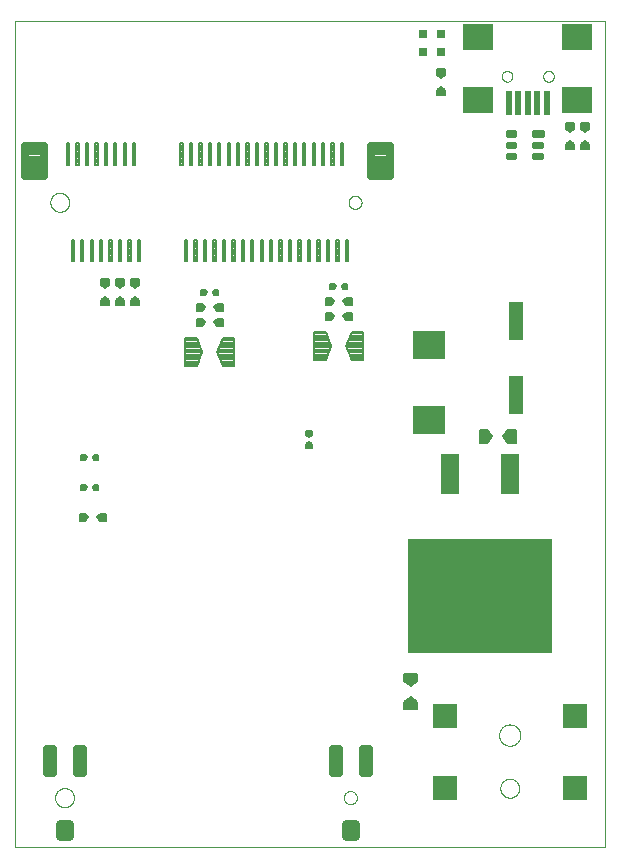
<source format=gbp>
G75*
%MOIN*%
%OFA0B0*%
%FSLAX25Y25*%
%IPPOS*%
%LPD*%
%AMOC8*
5,1,8,0,0,1.08239X$1,22.5*
%
%ADD10C,0.00000*%
%ADD11C,0.02717*%
%ADD12C,0.00787*%
%ADD13C,0.02362*%
%ADD14C,0.02953*%
%ADD15R,0.09843X0.08661*%
%ADD16R,0.01969X0.07874*%
%ADD17R,0.03150X0.03150*%
%ADD18C,0.00500*%
%ADD19C,0.01181*%
%ADD20R,0.48031X0.38386*%
%ADD21R,0.06299X0.13780*%
%ADD22R,0.07874X0.07874*%
%ADD23R,0.05118X0.12992*%
%ADD24R,0.11024X0.09449*%
D10*
X0002181Y0009243D02*
X0002181Y0284834D01*
X0199031Y0284834D01*
X0199031Y0009243D01*
X0002181Y0009243D01*
X0015613Y0025806D02*
X0015615Y0025918D01*
X0015621Y0026029D01*
X0015631Y0026141D01*
X0015645Y0026252D01*
X0015662Y0026362D01*
X0015684Y0026472D01*
X0015710Y0026581D01*
X0015739Y0026689D01*
X0015772Y0026795D01*
X0015809Y0026901D01*
X0015850Y0027005D01*
X0015895Y0027108D01*
X0015943Y0027209D01*
X0015994Y0027308D01*
X0016049Y0027405D01*
X0016108Y0027500D01*
X0016169Y0027594D01*
X0016234Y0027685D01*
X0016303Y0027773D01*
X0016374Y0027859D01*
X0016448Y0027943D01*
X0016526Y0028023D01*
X0016606Y0028101D01*
X0016689Y0028177D01*
X0016774Y0028249D01*
X0016862Y0028318D01*
X0016952Y0028384D01*
X0017045Y0028446D01*
X0017140Y0028506D01*
X0017237Y0028562D01*
X0017335Y0028614D01*
X0017436Y0028663D01*
X0017538Y0028708D01*
X0017642Y0028750D01*
X0017747Y0028788D01*
X0017854Y0028822D01*
X0017961Y0028852D01*
X0018070Y0028879D01*
X0018179Y0028901D01*
X0018290Y0028920D01*
X0018400Y0028935D01*
X0018512Y0028946D01*
X0018623Y0028953D01*
X0018735Y0028956D01*
X0018847Y0028955D01*
X0018959Y0028950D01*
X0019070Y0028941D01*
X0019181Y0028928D01*
X0019292Y0028911D01*
X0019402Y0028891D01*
X0019511Y0028866D01*
X0019619Y0028838D01*
X0019726Y0028805D01*
X0019832Y0028769D01*
X0019936Y0028729D01*
X0020039Y0028686D01*
X0020141Y0028639D01*
X0020240Y0028588D01*
X0020338Y0028534D01*
X0020434Y0028476D01*
X0020528Y0028415D01*
X0020619Y0028351D01*
X0020708Y0028284D01*
X0020795Y0028213D01*
X0020879Y0028139D01*
X0020961Y0028063D01*
X0021039Y0027983D01*
X0021115Y0027901D01*
X0021188Y0027816D01*
X0021258Y0027729D01*
X0021324Y0027639D01*
X0021388Y0027547D01*
X0021448Y0027453D01*
X0021505Y0027357D01*
X0021558Y0027258D01*
X0021608Y0027158D01*
X0021654Y0027057D01*
X0021697Y0026953D01*
X0021736Y0026848D01*
X0021771Y0026742D01*
X0021802Y0026635D01*
X0021830Y0026526D01*
X0021853Y0026417D01*
X0021873Y0026307D01*
X0021889Y0026196D01*
X0021901Y0026085D01*
X0021909Y0025974D01*
X0021913Y0025862D01*
X0021913Y0025750D01*
X0021909Y0025638D01*
X0021901Y0025527D01*
X0021889Y0025416D01*
X0021873Y0025305D01*
X0021853Y0025195D01*
X0021830Y0025086D01*
X0021802Y0024977D01*
X0021771Y0024870D01*
X0021736Y0024764D01*
X0021697Y0024659D01*
X0021654Y0024555D01*
X0021608Y0024454D01*
X0021558Y0024354D01*
X0021505Y0024255D01*
X0021448Y0024159D01*
X0021388Y0024065D01*
X0021324Y0023973D01*
X0021258Y0023883D01*
X0021188Y0023796D01*
X0021115Y0023711D01*
X0021039Y0023629D01*
X0020961Y0023549D01*
X0020879Y0023473D01*
X0020795Y0023399D01*
X0020708Y0023328D01*
X0020619Y0023261D01*
X0020528Y0023197D01*
X0020434Y0023136D01*
X0020338Y0023078D01*
X0020240Y0023024D01*
X0020141Y0022973D01*
X0020039Y0022926D01*
X0019936Y0022883D01*
X0019832Y0022843D01*
X0019726Y0022807D01*
X0019619Y0022774D01*
X0019511Y0022746D01*
X0019402Y0022721D01*
X0019292Y0022701D01*
X0019181Y0022684D01*
X0019070Y0022671D01*
X0018959Y0022662D01*
X0018847Y0022657D01*
X0018735Y0022656D01*
X0018623Y0022659D01*
X0018512Y0022666D01*
X0018400Y0022677D01*
X0018290Y0022692D01*
X0018179Y0022711D01*
X0018070Y0022733D01*
X0017961Y0022760D01*
X0017854Y0022790D01*
X0017747Y0022824D01*
X0017642Y0022862D01*
X0017538Y0022904D01*
X0017436Y0022949D01*
X0017335Y0022998D01*
X0017237Y0023050D01*
X0017140Y0023106D01*
X0017045Y0023166D01*
X0016952Y0023228D01*
X0016862Y0023294D01*
X0016774Y0023363D01*
X0016689Y0023435D01*
X0016606Y0023511D01*
X0016526Y0023589D01*
X0016448Y0023669D01*
X0016374Y0023753D01*
X0016303Y0023839D01*
X0016234Y0023927D01*
X0016169Y0024018D01*
X0016108Y0024112D01*
X0016049Y0024207D01*
X0015994Y0024304D01*
X0015943Y0024403D01*
X0015895Y0024504D01*
X0015850Y0024607D01*
X0015809Y0024711D01*
X0015772Y0024817D01*
X0015739Y0024923D01*
X0015710Y0025031D01*
X0015684Y0025140D01*
X0015662Y0025250D01*
X0015645Y0025360D01*
X0015631Y0025471D01*
X0015621Y0025583D01*
X0015615Y0025694D01*
X0015613Y0025806D01*
X0111874Y0025806D02*
X0111876Y0025899D01*
X0111882Y0025991D01*
X0111892Y0026083D01*
X0111906Y0026174D01*
X0111923Y0026265D01*
X0111945Y0026355D01*
X0111970Y0026444D01*
X0111999Y0026532D01*
X0112032Y0026618D01*
X0112069Y0026703D01*
X0112109Y0026787D01*
X0112153Y0026868D01*
X0112200Y0026948D01*
X0112250Y0027026D01*
X0112304Y0027101D01*
X0112361Y0027174D01*
X0112421Y0027244D01*
X0112484Y0027312D01*
X0112550Y0027377D01*
X0112618Y0027439D01*
X0112689Y0027499D01*
X0112763Y0027555D01*
X0112839Y0027608D01*
X0112917Y0027657D01*
X0112997Y0027704D01*
X0113079Y0027746D01*
X0113163Y0027786D01*
X0113248Y0027821D01*
X0113335Y0027853D01*
X0113423Y0027882D01*
X0113512Y0027906D01*
X0113602Y0027927D01*
X0113693Y0027943D01*
X0113785Y0027956D01*
X0113877Y0027965D01*
X0113970Y0027970D01*
X0114062Y0027971D01*
X0114155Y0027968D01*
X0114247Y0027961D01*
X0114339Y0027950D01*
X0114430Y0027935D01*
X0114521Y0027917D01*
X0114611Y0027894D01*
X0114699Y0027868D01*
X0114787Y0027838D01*
X0114873Y0027804D01*
X0114957Y0027767D01*
X0115040Y0027725D01*
X0115121Y0027681D01*
X0115201Y0027633D01*
X0115278Y0027582D01*
X0115352Y0027527D01*
X0115425Y0027469D01*
X0115495Y0027409D01*
X0115562Y0027345D01*
X0115626Y0027279D01*
X0115688Y0027209D01*
X0115746Y0027138D01*
X0115801Y0027064D01*
X0115853Y0026987D01*
X0115902Y0026908D01*
X0115948Y0026828D01*
X0115990Y0026745D01*
X0116028Y0026661D01*
X0116063Y0026575D01*
X0116094Y0026488D01*
X0116121Y0026400D01*
X0116144Y0026310D01*
X0116164Y0026220D01*
X0116180Y0026129D01*
X0116192Y0026037D01*
X0116200Y0025945D01*
X0116204Y0025852D01*
X0116204Y0025760D01*
X0116200Y0025667D01*
X0116192Y0025575D01*
X0116180Y0025483D01*
X0116164Y0025392D01*
X0116144Y0025302D01*
X0116121Y0025212D01*
X0116094Y0025124D01*
X0116063Y0025037D01*
X0116028Y0024951D01*
X0115990Y0024867D01*
X0115948Y0024784D01*
X0115902Y0024704D01*
X0115853Y0024625D01*
X0115801Y0024548D01*
X0115746Y0024474D01*
X0115688Y0024403D01*
X0115626Y0024333D01*
X0115562Y0024267D01*
X0115495Y0024203D01*
X0115425Y0024143D01*
X0115352Y0024085D01*
X0115278Y0024030D01*
X0115201Y0023979D01*
X0115122Y0023931D01*
X0115040Y0023887D01*
X0114957Y0023845D01*
X0114873Y0023808D01*
X0114787Y0023774D01*
X0114699Y0023744D01*
X0114611Y0023718D01*
X0114521Y0023695D01*
X0114430Y0023677D01*
X0114339Y0023662D01*
X0114247Y0023651D01*
X0114155Y0023644D01*
X0114062Y0023641D01*
X0113970Y0023642D01*
X0113877Y0023647D01*
X0113785Y0023656D01*
X0113693Y0023669D01*
X0113602Y0023685D01*
X0113512Y0023706D01*
X0113423Y0023730D01*
X0113335Y0023759D01*
X0113248Y0023791D01*
X0113163Y0023826D01*
X0113079Y0023866D01*
X0112997Y0023908D01*
X0112917Y0023955D01*
X0112839Y0024004D01*
X0112763Y0024057D01*
X0112689Y0024113D01*
X0112618Y0024173D01*
X0112550Y0024235D01*
X0112484Y0024300D01*
X0112421Y0024368D01*
X0112361Y0024438D01*
X0112304Y0024511D01*
X0112250Y0024586D01*
X0112200Y0024664D01*
X0112153Y0024744D01*
X0112109Y0024825D01*
X0112069Y0024909D01*
X0112032Y0024994D01*
X0111999Y0025080D01*
X0111970Y0025168D01*
X0111945Y0025257D01*
X0111923Y0025347D01*
X0111906Y0025438D01*
X0111892Y0025529D01*
X0111882Y0025621D01*
X0111876Y0025713D01*
X0111874Y0025806D01*
X0164031Y0028928D02*
X0164033Y0029040D01*
X0164039Y0029151D01*
X0164049Y0029263D01*
X0164063Y0029374D01*
X0164080Y0029484D01*
X0164102Y0029594D01*
X0164128Y0029703D01*
X0164157Y0029811D01*
X0164190Y0029917D01*
X0164227Y0030023D01*
X0164268Y0030127D01*
X0164313Y0030230D01*
X0164361Y0030331D01*
X0164412Y0030430D01*
X0164467Y0030527D01*
X0164526Y0030622D01*
X0164587Y0030716D01*
X0164652Y0030807D01*
X0164721Y0030895D01*
X0164792Y0030981D01*
X0164866Y0031065D01*
X0164944Y0031145D01*
X0165024Y0031223D01*
X0165107Y0031299D01*
X0165192Y0031371D01*
X0165280Y0031440D01*
X0165370Y0031506D01*
X0165463Y0031568D01*
X0165558Y0031628D01*
X0165655Y0031684D01*
X0165753Y0031736D01*
X0165854Y0031785D01*
X0165956Y0031830D01*
X0166060Y0031872D01*
X0166165Y0031910D01*
X0166272Y0031944D01*
X0166379Y0031974D01*
X0166488Y0032001D01*
X0166597Y0032023D01*
X0166708Y0032042D01*
X0166818Y0032057D01*
X0166930Y0032068D01*
X0167041Y0032075D01*
X0167153Y0032078D01*
X0167265Y0032077D01*
X0167377Y0032072D01*
X0167488Y0032063D01*
X0167599Y0032050D01*
X0167710Y0032033D01*
X0167820Y0032013D01*
X0167929Y0031988D01*
X0168037Y0031960D01*
X0168144Y0031927D01*
X0168250Y0031891D01*
X0168354Y0031851D01*
X0168457Y0031808D01*
X0168559Y0031761D01*
X0168658Y0031710D01*
X0168756Y0031656D01*
X0168852Y0031598D01*
X0168946Y0031537D01*
X0169037Y0031473D01*
X0169126Y0031406D01*
X0169213Y0031335D01*
X0169297Y0031261D01*
X0169379Y0031185D01*
X0169457Y0031105D01*
X0169533Y0031023D01*
X0169606Y0030938D01*
X0169676Y0030851D01*
X0169742Y0030761D01*
X0169806Y0030669D01*
X0169866Y0030575D01*
X0169923Y0030479D01*
X0169976Y0030380D01*
X0170026Y0030280D01*
X0170072Y0030179D01*
X0170115Y0030075D01*
X0170154Y0029970D01*
X0170189Y0029864D01*
X0170220Y0029757D01*
X0170248Y0029648D01*
X0170271Y0029539D01*
X0170291Y0029429D01*
X0170307Y0029318D01*
X0170319Y0029207D01*
X0170327Y0029096D01*
X0170331Y0028984D01*
X0170331Y0028872D01*
X0170327Y0028760D01*
X0170319Y0028649D01*
X0170307Y0028538D01*
X0170291Y0028427D01*
X0170271Y0028317D01*
X0170248Y0028208D01*
X0170220Y0028099D01*
X0170189Y0027992D01*
X0170154Y0027886D01*
X0170115Y0027781D01*
X0170072Y0027677D01*
X0170026Y0027576D01*
X0169976Y0027476D01*
X0169923Y0027377D01*
X0169866Y0027281D01*
X0169806Y0027187D01*
X0169742Y0027095D01*
X0169676Y0027005D01*
X0169606Y0026918D01*
X0169533Y0026833D01*
X0169457Y0026751D01*
X0169379Y0026671D01*
X0169297Y0026595D01*
X0169213Y0026521D01*
X0169126Y0026450D01*
X0169037Y0026383D01*
X0168946Y0026319D01*
X0168852Y0026258D01*
X0168756Y0026200D01*
X0168658Y0026146D01*
X0168559Y0026095D01*
X0168457Y0026048D01*
X0168354Y0026005D01*
X0168250Y0025965D01*
X0168144Y0025929D01*
X0168037Y0025896D01*
X0167929Y0025868D01*
X0167820Y0025843D01*
X0167710Y0025823D01*
X0167599Y0025806D01*
X0167488Y0025793D01*
X0167377Y0025784D01*
X0167265Y0025779D01*
X0167153Y0025778D01*
X0167041Y0025781D01*
X0166930Y0025788D01*
X0166818Y0025799D01*
X0166708Y0025814D01*
X0166597Y0025833D01*
X0166488Y0025855D01*
X0166379Y0025882D01*
X0166272Y0025912D01*
X0166165Y0025946D01*
X0166060Y0025984D01*
X0165956Y0026026D01*
X0165854Y0026071D01*
X0165753Y0026120D01*
X0165655Y0026172D01*
X0165558Y0026228D01*
X0165463Y0026288D01*
X0165370Y0026350D01*
X0165280Y0026416D01*
X0165192Y0026485D01*
X0165107Y0026557D01*
X0165024Y0026633D01*
X0164944Y0026711D01*
X0164866Y0026791D01*
X0164792Y0026875D01*
X0164721Y0026961D01*
X0164652Y0027049D01*
X0164587Y0027140D01*
X0164526Y0027234D01*
X0164467Y0027329D01*
X0164412Y0027426D01*
X0164361Y0027525D01*
X0164313Y0027626D01*
X0164268Y0027729D01*
X0164227Y0027833D01*
X0164190Y0027939D01*
X0164157Y0028045D01*
X0164128Y0028153D01*
X0164102Y0028262D01*
X0164080Y0028372D01*
X0164063Y0028482D01*
X0164049Y0028593D01*
X0164039Y0028705D01*
X0164033Y0028816D01*
X0164031Y0028928D01*
X0163638Y0046645D02*
X0163640Y0046763D01*
X0163646Y0046882D01*
X0163656Y0047000D01*
X0163670Y0047117D01*
X0163687Y0047234D01*
X0163709Y0047351D01*
X0163735Y0047466D01*
X0163764Y0047581D01*
X0163797Y0047695D01*
X0163834Y0047807D01*
X0163875Y0047918D01*
X0163919Y0048028D01*
X0163967Y0048136D01*
X0164019Y0048243D01*
X0164074Y0048348D01*
X0164133Y0048451D01*
X0164195Y0048551D01*
X0164260Y0048650D01*
X0164329Y0048747D01*
X0164400Y0048841D01*
X0164475Y0048932D01*
X0164553Y0049022D01*
X0164634Y0049108D01*
X0164718Y0049192D01*
X0164804Y0049273D01*
X0164894Y0049351D01*
X0164985Y0049426D01*
X0165079Y0049497D01*
X0165176Y0049566D01*
X0165275Y0049631D01*
X0165375Y0049693D01*
X0165478Y0049752D01*
X0165583Y0049807D01*
X0165690Y0049859D01*
X0165798Y0049907D01*
X0165908Y0049951D01*
X0166019Y0049992D01*
X0166131Y0050029D01*
X0166245Y0050062D01*
X0166360Y0050091D01*
X0166475Y0050117D01*
X0166592Y0050139D01*
X0166709Y0050156D01*
X0166826Y0050170D01*
X0166944Y0050180D01*
X0167063Y0050186D01*
X0167181Y0050188D01*
X0167299Y0050186D01*
X0167418Y0050180D01*
X0167536Y0050170D01*
X0167653Y0050156D01*
X0167770Y0050139D01*
X0167887Y0050117D01*
X0168002Y0050091D01*
X0168117Y0050062D01*
X0168231Y0050029D01*
X0168343Y0049992D01*
X0168454Y0049951D01*
X0168564Y0049907D01*
X0168672Y0049859D01*
X0168779Y0049807D01*
X0168884Y0049752D01*
X0168987Y0049693D01*
X0169087Y0049631D01*
X0169186Y0049566D01*
X0169283Y0049497D01*
X0169377Y0049426D01*
X0169468Y0049351D01*
X0169558Y0049273D01*
X0169644Y0049192D01*
X0169728Y0049108D01*
X0169809Y0049022D01*
X0169887Y0048932D01*
X0169962Y0048841D01*
X0170033Y0048747D01*
X0170102Y0048650D01*
X0170167Y0048551D01*
X0170229Y0048451D01*
X0170288Y0048348D01*
X0170343Y0048243D01*
X0170395Y0048136D01*
X0170443Y0048028D01*
X0170487Y0047918D01*
X0170528Y0047807D01*
X0170565Y0047695D01*
X0170598Y0047581D01*
X0170627Y0047466D01*
X0170653Y0047351D01*
X0170675Y0047234D01*
X0170692Y0047117D01*
X0170706Y0047000D01*
X0170716Y0046882D01*
X0170722Y0046763D01*
X0170724Y0046645D01*
X0170722Y0046527D01*
X0170716Y0046408D01*
X0170706Y0046290D01*
X0170692Y0046173D01*
X0170675Y0046056D01*
X0170653Y0045939D01*
X0170627Y0045824D01*
X0170598Y0045709D01*
X0170565Y0045595D01*
X0170528Y0045483D01*
X0170487Y0045372D01*
X0170443Y0045262D01*
X0170395Y0045154D01*
X0170343Y0045047D01*
X0170288Y0044942D01*
X0170229Y0044839D01*
X0170167Y0044739D01*
X0170102Y0044640D01*
X0170033Y0044543D01*
X0169962Y0044449D01*
X0169887Y0044358D01*
X0169809Y0044268D01*
X0169728Y0044182D01*
X0169644Y0044098D01*
X0169558Y0044017D01*
X0169468Y0043939D01*
X0169377Y0043864D01*
X0169283Y0043793D01*
X0169186Y0043724D01*
X0169087Y0043659D01*
X0168987Y0043597D01*
X0168884Y0043538D01*
X0168779Y0043483D01*
X0168672Y0043431D01*
X0168564Y0043383D01*
X0168454Y0043339D01*
X0168343Y0043298D01*
X0168231Y0043261D01*
X0168117Y0043228D01*
X0168002Y0043199D01*
X0167887Y0043173D01*
X0167770Y0043151D01*
X0167653Y0043134D01*
X0167536Y0043120D01*
X0167418Y0043110D01*
X0167299Y0043104D01*
X0167181Y0043102D01*
X0167063Y0043104D01*
X0166944Y0043110D01*
X0166826Y0043120D01*
X0166709Y0043134D01*
X0166592Y0043151D01*
X0166475Y0043173D01*
X0166360Y0043199D01*
X0166245Y0043228D01*
X0166131Y0043261D01*
X0166019Y0043298D01*
X0165908Y0043339D01*
X0165798Y0043383D01*
X0165690Y0043431D01*
X0165583Y0043483D01*
X0165478Y0043538D01*
X0165375Y0043597D01*
X0165275Y0043659D01*
X0165176Y0043724D01*
X0165079Y0043793D01*
X0164985Y0043864D01*
X0164894Y0043939D01*
X0164804Y0044017D01*
X0164718Y0044098D01*
X0164634Y0044182D01*
X0164553Y0044268D01*
X0164475Y0044358D01*
X0164400Y0044449D01*
X0164329Y0044543D01*
X0164260Y0044640D01*
X0164195Y0044739D01*
X0164133Y0044839D01*
X0164074Y0044942D01*
X0164019Y0045047D01*
X0163967Y0045154D01*
X0163919Y0045262D01*
X0163875Y0045372D01*
X0163834Y0045483D01*
X0163797Y0045595D01*
X0163764Y0045709D01*
X0163735Y0045824D01*
X0163709Y0045939D01*
X0163687Y0046056D01*
X0163670Y0046173D01*
X0163656Y0046290D01*
X0163646Y0046408D01*
X0163640Y0046527D01*
X0163638Y0046645D01*
X0113449Y0224243D02*
X0113451Y0224336D01*
X0113457Y0224428D01*
X0113467Y0224520D01*
X0113481Y0224611D01*
X0113498Y0224702D01*
X0113520Y0224792D01*
X0113545Y0224881D01*
X0113574Y0224969D01*
X0113607Y0225055D01*
X0113644Y0225140D01*
X0113684Y0225224D01*
X0113728Y0225305D01*
X0113775Y0225385D01*
X0113825Y0225463D01*
X0113879Y0225538D01*
X0113936Y0225611D01*
X0113996Y0225681D01*
X0114059Y0225749D01*
X0114125Y0225814D01*
X0114193Y0225876D01*
X0114264Y0225936D01*
X0114338Y0225992D01*
X0114414Y0226045D01*
X0114492Y0226094D01*
X0114572Y0226141D01*
X0114654Y0226183D01*
X0114738Y0226223D01*
X0114823Y0226258D01*
X0114910Y0226290D01*
X0114998Y0226319D01*
X0115087Y0226343D01*
X0115177Y0226364D01*
X0115268Y0226380D01*
X0115360Y0226393D01*
X0115452Y0226402D01*
X0115545Y0226407D01*
X0115637Y0226408D01*
X0115730Y0226405D01*
X0115822Y0226398D01*
X0115914Y0226387D01*
X0116005Y0226372D01*
X0116096Y0226354D01*
X0116186Y0226331D01*
X0116274Y0226305D01*
X0116362Y0226275D01*
X0116448Y0226241D01*
X0116532Y0226204D01*
X0116615Y0226162D01*
X0116696Y0226118D01*
X0116776Y0226070D01*
X0116853Y0226019D01*
X0116927Y0225964D01*
X0117000Y0225906D01*
X0117070Y0225846D01*
X0117137Y0225782D01*
X0117201Y0225716D01*
X0117263Y0225646D01*
X0117321Y0225575D01*
X0117376Y0225501D01*
X0117428Y0225424D01*
X0117477Y0225345D01*
X0117523Y0225265D01*
X0117565Y0225182D01*
X0117603Y0225098D01*
X0117638Y0225012D01*
X0117669Y0224925D01*
X0117696Y0224837D01*
X0117719Y0224747D01*
X0117739Y0224657D01*
X0117755Y0224566D01*
X0117767Y0224474D01*
X0117775Y0224382D01*
X0117779Y0224289D01*
X0117779Y0224197D01*
X0117775Y0224104D01*
X0117767Y0224012D01*
X0117755Y0223920D01*
X0117739Y0223829D01*
X0117719Y0223739D01*
X0117696Y0223649D01*
X0117669Y0223561D01*
X0117638Y0223474D01*
X0117603Y0223388D01*
X0117565Y0223304D01*
X0117523Y0223221D01*
X0117477Y0223141D01*
X0117428Y0223062D01*
X0117376Y0222985D01*
X0117321Y0222911D01*
X0117263Y0222840D01*
X0117201Y0222770D01*
X0117137Y0222704D01*
X0117070Y0222640D01*
X0117000Y0222580D01*
X0116927Y0222522D01*
X0116853Y0222467D01*
X0116776Y0222416D01*
X0116697Y0222368D01*
X0116615Y0222324D01*
X0116532Y0222282D01*
X0116448Y0222245D01*
X0116362Y0222211D01*
X0116274Y0222181D01*
X0116186Y0222155D01*
X0116096Y0222132D01*
X0116005Y0222114D01*
X0115914Y0222099D01*
X0115822Y0222088D01*
X0115730Y0222081D01*
X0115637Y0222078D01*
X0115545Y0222079D01*
X0115452Y0222084D01*
X0115360Y0222093D01*
X0115268Y0222106D01*
X0115177Y0222122D01*
X0115087Y0222143D01*
X0114998Y0222167D01*
X0114910Y0222196D01*
X0114823Y0222228D01*
X0114738Y0222263D01*
X0114654Y0222303D01*
X0114572Y0222345D01*
X0114492Y0222392D01*
X0114414Y0222441D01*
X0114338Y0222494D01*
X0114264Y0222550D01*
X0114193Y0222610D01*
X0114125Y0222672D01*
X0114059Y0222737D01*
X0113996Y0222805D01*
X0113936Y0222875D01*
X0113879Y0222948D01*
X0113825Y0223023D01*
X0113775Y0223101D01*
X0113728Y0223181D01*
X0113684Y0223262D01*
X0113644Y0223346D01*
X0113607Y0223431D01*
X0113574Y0223517D01*
X0113545Y0223605D01*
X0113520Y0223694D01*
X0113498Y0223784D01*
X0113481Y0223875D01*
X0113467Y0223966D01*
X0113457Y0224058D01*
X0113451Y0224150D01*
X0113449Y0224243D01*
X0164519Y0266243D02*
X0164521Y0266327D01*
X0164527Y0266410D01*
X0164537Y0266493D01*
X0164551Y0266576D01*
X0164568Y0266658D01*
X0164590Y0266739D01*
X0164615Y0266818D01*
X0164644Y0266897D01*
X0164677Y0266974D01*
X0164713Y0267049D01*
X0164753Y0267123D01*
X0164796Y0267195D01*
X0164843Y0267264D01*
X0164893Y0267331D01*
X0164946Y0267396D01*
X0165002Y0267458D01*
X0165060Y0267518D01*
X0165122Y0267575D01*
X0165186Y0267628D01*
X0165253Y0267679D01*
X0165322Y0267726D01*
X0165393Y0267771D01*
X0165466Y0267811D01*
X0165541Y0267848D01*
X0165618Y0267882D01*
X0165696Y0267912D01*
X0165775Y0267938D01*
X0165856Y0267961D01*
X0165938Y0267979D01*
X0166020Y0267994D01*
X0166103Y0268005D01*
X0166186Y0268012D01*
X0166270Y0268015D01*
X0166354Y0268014D01*
X0166437Y0268009D01*
X0166521Y0268000D01*
X0166603Y0267987D01*
X0166685Y0267971D01*
X0166766Y0267950D01*
X0166847Y0267926D01*
X0166925Y0267898D01*
X0167003Y0267866D01*
X0167079Y0267830D01*
X0167153Y0267791D01*
X0167225Y0267749D01*
X0167295Y0267703D01*
X0167363Y0267654D01*
X0167428Y0267602D01*
X0167491Y0267547D01*
X0167551Y0267489D01*
X0167609Y0267428D01*
X0167663Y0267364D01*
X0167715Y0267298D01*
X0167763Y0267230D01*
X0167808Y0267159D01*
X0167849Y0267086D01*
X0167888Y0267012D01*
X0167922Y0266936D01*
X0167953Y0266858D01*
X0167980Y0266779D01*
X0168004Y0266698D01*
X0168023Y0266617D01*
X0168039Y0266535D01*
X0168051Y0266452D01*
X0168059Y0266368D01*
X0168063Y0266285D01*
X0168063Y0266201D01*
X0168059Y0266118D01*
X0168051Y0266034D01*
X0168039Y0265951D01*
X0168023Y0265869D01*
X0168004Y0265788D01*
X0167980Y0265707D01*
X0167953Y0265628D01*
X0167922Y0265550D01*
X0167888Y0265474D01*
X0167849Y0265400D01*
X0167808Y0265327D01*
X0167763Y0265256D01*
X0167715Y0265188D01*
X0167663Y0265122D01*
X0167609Y0265058D01*
X0167551Y0264997D01*
X0167491Y0264939D01*
X0167428Y0264884D01*
X0167363Y0264832D01*
X0167295Y0264783D01*
X0167225Y0264737D01*
X0167153Y0264695D01*
X0167079Y0264656D01*
X0167003Y0264620D01*
X0166925Y0264588D01*
X0166847Y0264560D01*
X0166766Y0264536D01*
X0166685Y0264515D01*
X0166603Y0264499D01*
X0166521Y0264486D01*
X0166437Y0264477D01*
X0166354Y0264472D01*
X0166270Y0264471D01*
X0166186Y0264474D01*
X0166103Y0264481D01*
X0166020Y0264492D01*
X0165938Y0264507D01*
X0165856Y0264525D01*
X0165775Y0264548D01*
X0165696Y0264574D01*
X0165618Y0264604D01*
X0165541Y0264638D01*
X0165466Y0264675D01*
X0165393Y0264715D01*
X0165322Y0264760D01*
X0165253Y0264807D01*
X0165186Y0264858D01*
X0165122Y0264911D01*
X0165060Y0264968D01*
X0165002Y0265028D01*
X0164946Y0265090D01*
X0164893Y0265155D01*
X0164843Y0265222D01*
X0164796Y0265291D01*
X0164753Y0265363D01*
X0164713Y0265437D01*
X0164677Y0265512D01*
X0164644Y0265589D01*
X0164615Y0265668D01*
X0164590Y0265747D01*
X0164568Y0265828D01*
X0164551Y0265910D01*
X0164537Y0265993D01*
X0164527Y0266076D01*
X0164521Y0266159D01*
X0164519Y0266243D01*
X0178299Y0266243D02*
X0178301Y0266327D01*
X0178307Y0266410D01*
X0178317Y0266493D01*
X0178331Y0266576D01*
X0178348Y0266658D01*
X0178370Y0266739D01*
X0178395Y0266818D01*
X0178424Y0266897D01*
X0178457Y0266974D01*
X0178493Y0267049D01*
X0178533Y0267123D01*
X0178576Y0267195D01*
X0178623Y0267264D01*
X0178673Y0267331D01*
X0178726Y0267396D01*
X0178782Y0267458D01*
X0178840Y0267518D01*
X0178902Y0267575D01*
X0178966Y0267628D01*
X0179033Y0267679D01*
X0179102Y0267726D01*
X0179173Y0267771D01*
X0179246Y0267811D01*
X0179321Y0267848D01*
X0179398Y0267882D01*
X0179476Y0267912D01*
X0179555Y0267938D01*
X0179636Y0267961D01*
X0179718Y0267979D01*
X0179800Y0267994D01*
X0179883Y0268005D01*
X0179966Y0268012D01*
X0180050Y0268015D01*
X0180134Y0268014D01*
X0180217Y0268009D01*
X0180301Y0268000D01*
X0180383Y0267987D01*
X0180465Y0267971D01*
X0180546Y0267950D01*
X0180627Y0267926D01*
X0180705Y0267898D01*
X0180783Y0267866D01*
X0180859Y0267830D01*
X0180933Y0267791D01*
X0181005Y0267749D01*
X0181075Y0267703D01*
X0181143Y0267654D01*
X0181208Y0267602D01*
X0181271Y0267547D01*
X0181331Y0267489D01*
X0181389Y0267428D01*
X0181443Y0267364D01*
X0181495Y0267298D01*
X0181543Y0267230D01*
X0181588Y0267159D01*
X0181629Y0267086D01*
X0181668Y0267012D01*
X0181702Y0266936D01*
X0181733Y0266858D01*
X0181760Y0266779D01*
X0181784Y0266698D01*
X0181803Y0266617D01*
X0181819Y0266535D01*
X0181831Y0266452D01*
X0181839Y0266368D01*
X0181843Y0266285D01*
X0181843Y0266201D01*
X0181839Y0266118D01*
X0181831Y0266034D01*
X0181819Y0265951D01*
X0181803Y0265869D01*
X0181784Y0265788D01*
X0181760Y0265707D01*
X0181733Y0265628D01*
X0181702Y0265550D01*
X0181668Y0265474D01*
X0181629Y0265400D01*
X0181588Y0265327D01*
X0181543Y0265256D01*
X0181495Y0265188D01*
X0181443Y0265122D01*
X0181389Y0265058D01*
X0181331Y0264997D01*
X0181271Y0264939D01*
X0181208Y0264884D01*
X0181143Y0264832D01*
X0181075Y0264783D01*
X0181005Y0264737D01*
X0180933Y0264695D01*
X0180859Y0264656D01*
X0180783Y0264620D01*
X0180705Y0264588D01*
X0180627Y0264560D01*
X0180546Y0264536D01*
X0180465Y0264515D01*
X0180383Y0264499D01*
X0180301Y0264486D01*
X0180217Y0264477D01*
X0180134Y0264472D01*
X0180050Y0264471D01*
X0179966Y0264474D01*
X0179883Y0264481D01*
X0179800Y0264492D01*
X0179718Y0264507D01*
X0179636Y0264525D01*
X0179555Y0264548D01*
X0179476Y0264574D01*
X0179398Y0264604D01*
X0179321Y0264638D01*
X0179246Y0264675D01*
X0179173Y0264715D01*
X0179102Y0264760D01*
X0179033Y0264807D01*
X0178966Y0264858D01*
X0178902Y0264911D01*
X0178840Y0264968D01*
X0178782Y0265028D01*
X0178726Y0265090D01*
X0178673Y0265155D01*
X0178623Y0265222D01*
X0178576Y0265291D01*
X0178533Y0265363D01*
X0178493Y0265437D01*
X0178457Y0265512D01*
X0178424Y0265589D01*
X0178395Y0265668D01*
X0178370Y0265747D01*
X0178348Y0265828D01*
X0178331Y0265910D01*
X0178317Y0265993D01*
X0178307Y0266076D01*
X0178301Y0266159D01*
X0178299Y0266243D01*
X0014038Y0224243D02*
X0014040Y0224355D01*
X0014046Y0224466D01*
X0014056Y0224578D01*
X0014070Y0224689D01*
X0014087Y0224799D01*
X0014109Y0224909D01*
X0014135Y0225018D01*
X0014164Y0225126D01*
X0014197Y0225232D01*
X0014234Y0225338D01*
X0014275Y0225442D01*
X0014320Y0225545D01*
X0014368Y0225646D01*
X0014419Y0225745D01*
X0014474Y0225842D01*
X0014533Y0225937D01*
X0014594Y0226031D01*
X0014659Y0226122D01*
X0014728Y0226210D01*
X0014799Y0226296D01*
X0014873Y0226380D01*
X0014951Y0226460D01*
X0015031Y0226538D01*
X0015114Y0226614D01*
X0015199Y0226686D01*
X0015287Y0226755D01*
X0015377Y0226821D01*
X0015470Y0226883D01*
X0015565Y0226943D01*
X0015662Y0226999D01*
X0015760Y0227051D01*
X0015861Y0227100D01*
X0015963Y0227145D01*
X0016067Y0227187D01*
X0016172Y0227225D01*
X0016279Y0227259D01*
X0016386Y0227289D01*
X0016495Y0227316D01*
X0016604Y0227338D01*
X0016715Y0227357D01*
X0016825Y0227372D01*
X0016937Y0227383D01*
X0017048Y0227390D01*
X0017160Y0227393D01*
X0017272Y0227392D01*
X0017384Y0227387D01*
X0017495Y0227378D01*
X0017606Y0227365D01*
X0017717Y0227348D01*
X0017827Y0227328D01*
X0017936Y0227303D01*
X0018044Y0227275D01*
X0018151Y0227242D01*
X0018257Y0227206D01*
X0018361Y0227166D01*
X0018464Y0227123D01*
X0018566Y0227076D01*
X0018665Y0227025D01*
X0018763Y0226971D01*
X0018859Y0226913D01*
X0018953Y0226852D01*
X0019044Y0226788D01*
X0019133Y0226721D01*
X0019220Y0226650D01*
X0019304Y0226576D01*
X0019386Y0226500D01*
X0019464Y0226420D01*
X0019540Y0226338D01*
X0019613Y0226253D01*
X0019683Y0226166D01*
X0019749Y0226076D01*
X0019813Y0225984D01*
X0019873Y0225890D01*
X0019930Y0225794D01*
X0019983Y0225695D01*
X0020033Y0225595D01*
X0020079Y0225494D01*
X0020122Y0225390D01*
X0020161Y0225285D01*
X0020196Y0225179D01*
X0020227Y0225072D01*
X0020255Y0224963D01*
X0020278Y0224854D01*
X0020298Y0224744D01*
X0020314Y0224633D01*
X0020326Y0224522D01*
X0020334Y0224411D01*
X0020338Y0224299D01*
X0020338Y0224187D01*
X0020334Y0224075D01*
X0020326Y0223964D01*
X0020314Y0223853D01*
X0020298Y0223742D01*
X0020278Y0223632D01*
X0020255Y0223523D01*
X0020227Y0223414D01*
X0020196Y0223307D01*
X0020161Y0223201D01*
X0020122Y0223096D01*
X0020079Y0222992D01*
X0020033Y0222891D01*
X0019983Y0222791D01*
X0019930Y0222692D01*
X0019873Y0222596D01*
X0019813Y0222502D01*
X0019749Y0222410D01*
X0019683Y0222320D01*
X0019613Y0222233D01*
X0019540Y0222148D01*
X0019464Y0222066D01*
X0019386Y0221986D01*
X0019304Y0221910D01*
X0019220Y0221836D01*
X0019133Y0221765D01*
X0019044Y0221698D01*
X0018953Y0221634D01*
X0018859Y0221573D01*
X0018763Y0221515D01*
X0018665Y0221461D01*
X0018566Y0221410D01*
X0018464Y0221363D01*
X0018361Y0221320D01*
X0018257Y0221280D01*
X0018151Y0221244D01*
X0018044Y0221211D01*
X0017936Y0221183D01*
X0017827Y0221158D01*
X0017717Y0221138D01*
X0017606Y0221121D01*
X0017495Y0221108D01*
X0017384Y0221099D01*
X0017272Y0221094D01*
X0017160Y0221093D01*
X0017048Y0221096D01*
X0016937Y0221103D01*
X0016825Y0221114D01*
X0016715Y0221129D01*
X0016604Y0221148D01*
X0016495Y0221170D01*
X0016386Y0221197D01*
X0016279Y0221227D01*
X0016172Y0221261D01*
X0016067Y0221299D01*
X0015963Y0221341D01*
X0015861Y0221386D01*
X0015760Y0221435D01*
X0015662Y0221487D01*
X0015565Y0221543D01*
X0015470Y0221603D01*
X0015377Y0221665D01*
X0015287Y0221731D01*
X0015199Y0221800D01*
X0015114Y0221872D01*
X0015031Y0221948D01*
X0014951Y0222026D01*
X0014873Y0222106D01*
X0014799Y0222190D01*
X0014728Y0222276D01*
X0014659Y0222364D01*
X0014594Y0222455D01*
X0014533Y0222549D01*
X0014474Y0222644D01*
X0014419Y0222741D01*
X0014368Y0222840D01*
X0014320Y0222941D01*
X0014275Y0223044D01*
X0014234Y0223148D01*
X0014197Y0223254D01*
X0014164Y0223360D01*
X0014135Y0223468D01*
X0014109Y0223577D01*
X0014087Y0223687D01*
X0014070Y0223797D01*
X0014056Y0223908D01*
X0014046Y0224020D01*
X0014040Y0224131D01*
X0014038Y0224243D01*
D11*
X0011893Y0233082D02*
X0005555Y0233082D01*
X0005555Y0242964D01*
X0011893Y0242964D01*
X0011893Y0233082D01*
X0011893Y0235798D02*
X0005555Y0235798D01*
X0005555Y0238514D02*
X0011893Y0238514D01*
X0011893Y0241230D02*
X0005555Y0241230D01*
X0120909Y0233082D02*
X0127247Y0233082D01*
X0120909Y0233082D02*
X0120909Y0242964D01*
X0127247Y0242964D01*
X0127247Y0233082D01*
X0127247Y0235798D02*
X0120909Y0235798D01*
X0120909Y0238514D02*
X0127247Y0238514D01*
X0127247Y0241230D02*
X0120909Y0241230D01*
D12*
X0111677Y0236841D02*
X0110889Y0236841D01*
X0110889Y0243929D01*
X0111677Y0243929D01*
X0111677Y0236841D01*
X0111677Y0237627D02*
X0110889Y0237627D01*
X0110889Y0238413D02*
X0111677Y0238413D01*
X0111677Y0239199D02*
X0110889Y0239199D01*
X0110889Y0239985D02*
X0111677Y0239985D01*
X0111677Y0240771D02*
X0110889Y0240771D01*
X0110889Y0241557D02*
X0111677Y0241557D01*
X0111677Y0242343D02*
X0110889Y0242343D01*
X0110889Y0243129D02*
X0111677Y0243129D01*
X0111677Y0243915D02*
X0110889Y0243915D01*
X0108527Y0236841D02*
X0107739Y0236841D01*
X0107739Y0243929D01*
X0108527Y0243929D01*
X0108527Y0236841D01*
X0108527Y0237627D02*
X0107739Y0237627D01*
X0107739Y0238413D02*
X0108527Y0238413D01*
X0108527Y0239199D02*
X0107739Y0239199D01*
X0107739Y0239985D02*
X0108527Y0239985D01*
X0108527Y0240771D02*
X0107739Y0240771D01*
X0107739Y0241557D02*
X0108527Y0241557D01*
X0108527Y0242343D02*
X0107739Y0242343D01*
X0107739Y0243129D02*
X0108527Y0243129D01*
X0108527Y0243915D02*
X0107739Y0243915D01*
X0105378Y0236841D02*
X0104590Y0236841D01*
X0104590Y0243929D01*
X0105378Y0243929D01*
X0105378Y0236841D01*
X0105378Y0237627D02*
X0104590Y0237627D01*
X0104590Y0238413D02*
X0105378Y0238413D01*
X0105378Y0239199D02*
X0104590Y0239199D01*
X0104590Y0239985D02*
X0105378Y0239985D01*
X0105378Y0240771D02*
X0104590Y0240771D01*
X0104590Y0241557D02*
X0105378Y0241557D01*
X0105378Y0242343D02*
X0104590Y0242343D01*
X0104590Y0243129D02*
X0105378Y0243129D01*
X0105378Y0243915D02*
X0104590Y0243915D01*
X0102228Y0236841D02*
X0101440Y0236841D01*
X0101440Y0243929D01*
X0102228Y0243929D01*
X0102228Y0236841D01*
X0102228Y0237627D02*
X0101440Y0237627D01*
X0101440Y0238413D02*
X0102228Y0238413D01*
X0102228Y0239199D02*
X0101440Y0239199D01*
X0101440Y0239985D02*
X0102228Y0239985D01*
X0102228Y0240771D02*
X0101440Y0240771D01*
X0101440Y0241557D02*
X0102228Y0241557D01*
X0102228Y0242343D02*
X0101440Y0242343D01*
X0101440Y0243129D02*
X0102228Y0243129D01*
X0102228Y0243915D02*
X0101440Y0243915D01*
X0099079Y0236841D02*
X0098291Y0236841D01*
X0098291Y0243929D01*
X0099079Y0243929D01*
X0099079Y0236841D01*
X0099079Y0237627D02*
X0098291Y0237627D01*
X0098291Y0238413D02*
X0099079Y0238413D01*
X0099079Y0239199D02*
X0098291Y0239199D01*
X0098291Y0239985D02*
X0099079Y0239985D01*
X0099079Y0240771D02*
X0098291Y0240771D01*
X0098291Y0241557D02*
X0099079Y0241557D01*
X0099079Y0242343D02*
X0098291Y0242343D01*
X0098291Y0243129D02*
X0099079Y0243129D01*
X0099079Y0243915D02*
X0098291Y0243915D01*
X0095929Y0236841D02*
X0095141Y0236841D01*
X0095141Y0243929D01*
X0095929Y0243929D01*
X0095929Y0236841D01*
X0095929Y0237627D02*
X0095141Y0237627D01*
X0095141Y0238413D02*
X0095929Y0238413D01*
X0095929Y0239199D02*
X0095141Y0239199D01*
X0095141Y0239985D02*
X0095929Y0239985D01*
X0095929Y0240771D02*
X0095141Y0240771D01*
X0095141Y0241557D02*
X0095929Y0241557D01*
X0095929Y0242343D02*
X0095141Y0242343D01*
X0095141Y0243129D02*
X0095929Y0243129D01*
X0095929Y0243915D02*
X0095141Y0243915D01*
X0092779Y0236841D02*
X0091991Y0236841D01*
X0091991Y0243929D01*
X0092779Y0243929D01*
X0092779Y0236841D01*
X0092779Y0237627D02*
X0091991Y0237627D01*
X0091991Y0238413D02*
X0092779Y0238413D01*
X0092779Y0239199D02*
X0091991Y0239199D01*
X0091991Y0239985D02*
X0092779Y0239985D01*
X0092779Y0240771D02*
X0091991Y0240771D01*
X0091991Y0241557D02*
X0092779Y0241557D01*
X0092779Y0242343D02*
X0091991Y0242343D01*
X0091991Y0243129D02*
X0092779Y0243129D01*
X0092779Y0243915D02*
X0091991Y0243915D01*
X0089630Y0236841D02*
X0088842Y0236841D01*
X0088842Y0243929D01*
X0089630Y0243929D01*
X0089630Y0236841D01*
X0089630Y0237627D02*
X0088842Y0237627D01*
X0088842Y0238413D02*
X0089630Y0238413D01*
X0089630Y0239199D02*
X0088842Y0239199D01*
X0088842Y0239985D02*
X0089630Y0239985D01*
X0089630Y0240771D02*
X0088842Y0240771D01*
X0088842Y0241557D02*
X0089630Y0241557D01*
X0089630Y0242343D02*
X0088842Y0242343D01*
X0088842Y0243129D02*
X0089630Y0243129D01*
X0089630Y0243915D02*
X0088842Y0243915D01*
X0086480Y0236841D02*
X0085692Y0236841D01*
X0085692Y0243929D01*
X0086480Y0243929D01*
X0086480Y0236841D01*
X0086480Y0237627D02*
X0085692Y0237627D01*
X0085692Y0238413D02*
X0086480Y0238413D01*
X0086480Y0239199D02*
X0085692Y0239199D01*
X0085692Y0239985D02*
X0086480Y0239985D01*
X0086480Y0240771D02*
X0085692Y0240771D01*
X0085692Y0241557D02*
X0086480Y0241557D01*
X0086480Y0242343D02*
X0085692Y0242343D01*
X0085692Y0243129D02*
X0086480Y0243129D01*
X0086480Y0243915D02*
X0085692Y0243915D01*
X0083331Y0236841D02*
X0082543Y0236841D01*
X0082543Y0243929D01*
X0083331Y0243929D01*
X0083331Y0236841D01*
X0083331Y0237627D02*
X0082543Y0237627D01*
X0082543Y0238413D02*
X0083331Y0238413D01*
X0083331Y0239199D02*
X0082543Y0239199D01*
X0082543Y0239985D02*
X0083331Y0239985D01*
X0083331Y0240771D02*
X0082543Y0240771D01*
X0082543Y0241557D02*
X0083331Y0241557D01*
X0083331Y0242343D02*
X0082543Y0242343D01*
X0082543Y0243129D02*
X0083331Y0243129D01*
X0083331Y0243915D02*
X0082543Y0243915D01*
X0080181Y0236841D02*
X0079393Y0236841D01*
X0079393Y0243929D01*
X0080181Y0243929D01*
X0080181Y0236841D01*
X0080181Y0237627D02*
X0079393Y0237627D01*
X0079393Y0238413D02*
X0080181Y0238413D01*
X0080181Y0239199D02*
X0079393Y0239199D01*
X0079393Y0239985D02*
X0080181Y0239985D01*
X0080181Y0240771D02*
X0079393Y0240771D01*
X0079393Y0241557D02*
X0080181Y0241557D01*
X0080181Y0242343D02*
X0079393Y0242343D01*
X0079393Y0243129D02*
X0080181Y0243129D01*
X0080181Y0243915D02*
X0079393Y0243915D01*
X0077031Y0236841D02*
X0076243Y0236841D01*
X0076243Y0243929D01*
X0077031Y0243929D01*
X0077031Y0236841D01*
X0077031Y0237627D02*
X0076243Y0237627D01*
X0076243Y0238413D02*
X0077031Y0238413D01*
X0077031Y0239199D02*
X0076243Y0239199D01*
X0076243Y0239985D02*
X0077031Y0239985D01*
X0077031Y0240771D02*
X0076243Y0240771D01*
X0076243Y0241557D02*
X0077031Y0241557D01*
X0077031Y0242343D02*
X0076243Y0242343D01*
X0076243Y0243129D02*
X0077031Y0243129D01*
X0077031Y0243915D02*
X0076243Y0243915D01*
X0073882Y0236841D02*
X0073094Y0236841D01*
X0073094Y0243929D01*
X0073882Y0243929D01*
X0073882Y0236841D01*
X0073882Y0237627D02*
X0073094Y0237627D01*
X0073094Y0238413D02*
X0073882Y0238413D01*
X0073882Y0239199D02*
X0073094Y0239199D01*
X0073094Y0239985D02*
X0073882Y0239985D01*
X0073882Y0240771D02*
X0073094Y0240771D01*
X0073094Y0241557D02*
X0073882Y0241557D01*
X0073882Y0242343D02*
X0073094Y0242343D01*
X0073094Y0243129D02*
X0073882Y0243129D01*
X0073882Y0243915D02*
X0073094Y0243915D01*
X0070732Y0236841D02*
X0069944Y0236841D01*
X0069944Y0243929D01*
X0070732Y0243929D01*
X0070732Y0236841D01*
X0070732Y0237627D02*
X0069944Y0237627D01*
X0069944Y0238413D02*
X0070732Y0238413D01*
X0070732Y0239199D02*
X0069944Y0239199D01*
X0069944Y0239985D02*
X0070732Y0239985D01*
X0070732Y0240771D02*
X0069944Y0240771D01*
X0069944Y0241557D02*
X0070732Y0241557D01*
X0070732Y0242343D02*
X0069944Y0242343D01*
X0069944Y0243129D02*
X0070732Y0243129D01*
X0070732Y0243915D02*
X0069944Y0243915D01*
X0067582Y0236841D02*
X0066794Y0236841D01*
X0066794Y0243929D01*
X0067582Y0243929D01*
X0067582Y0236841D01*
X0067582Y0237627D02*
X0066794Y0237627D01*
X0066794Y0238413D02*
X0067582Y0238413D01*
X0067582Y0239199D02*
X0066794Y0239199D01*
X0066794Y0239985D02*
X0067582Y0239985D01*
X0067582Y0240771D02*
X0066794Y0240771D01*
X0066794Y0241557D02*
X0067582Y0241557D01*
X0067582Y0242343D02*
X0066794Y0242343D01*
X0066794Y0243129D02*
X0067582Y0243129D01*
X0067582Y0243915D02*
X0066794Y0243915D01*
X0064433Y0236841D02*
X0063645Y0236841D01*
X0063645Y0243929D01*
X0064433Y0243929D01*
X0064433Y0236841D01*
X0064433Y0237627D02*
X0063645Y0237627D01*
X0063645Y0238413D02*
X0064433Y0238413D01*
X0064433Y0239199D02*
X0063645Y0239199D01*
X0063645Y0239985D02*
X0064433Y0239985D01*
X0064433Y0240771D02*
X0063645Y0240771D01*
X0063645Y0241557D02*
X0064433Y0241557D01*
X0064433Y0242343D02*
X0063645Y0242343D01*
X0063645Y0243129D02*
X0064433Y0243129D01*
X0064433Y0243915D02*
X0063645Y0243915D01*
X0061283Y0236841D02*
X0060495Y0236841D01*
X0060495Y0243929D01*
X0061283Y0243929D01*
X0061283Y0236841D01*
X0061283Y0237627D02*
X0060495Y0237627D01*
X0060495Y0238413D02*
X0061283Y0238413D01*
X0061283Y0239199D02*
X0060495Y0239199D01*
X0060495Y0239985D02*
X0061283Y0239985D01*
X0061283Y0240771D02*
X0060495Y0240771D01*
X0060495Y0241557D02*
X0061283Y0241557D01*
X0061283Y0242343D02*
X0060495Y0242343D01*
X0060495Y0243129D02*
X0061283Y0243129D01*
X0061283Y0243915D02*
X0060495Y0243915D01*
X0058134Y0236841D02*
X0057346Y0236841D01*
X0057346Y0243929D01*
X0058134Y0243929D01*
X0058134Y0236841D01*
X0058134Y0237627D02*
X0057346Y0237627D01*
X0057346Y0238413D02*
X0058134Y0238413D01*
X0058134Y0239199D02*
X0057346Y0239199D01*
X0057346Y0239985D02*
X0058134Y0239985D01*
X0058134Y0240771D02*
X0057346Y0240771D01*
X0057346Y0241557D02*
X0058134Y0241557D01*
X0058134Y0242343D02*
X0057346Y0242343D01*
X0057346Y0243129D02*
X0058134Y0243129D01*
X0058134Y0243915D02*
X0057346Y0243915D01*
X0042386Y0236841D02*
X0041598Y0236841D01*
X0041598Y0243929D01*
X0042386Y0243929D01*
X0042386Y0236841D01*
X0042386Y0237627D02*
X0041598Y0237627D01*
X0041598Y0238413D02*
X0042386Y0238413D01*
X0042386Y0239199D02*
X0041598Y0239199D01*
X0041598Y0239985D02*
X0042386Y0239985D01*
X0042386Y0240771D02*
X0041598Y0240771D01*
X0041598Y0241557D02*
X0042386Y0241557D01*
X0042386Y0242343D02*
X0041598Y0242343D01*
X0041598Y0243129D02*
X0042386Y0243129D01*
X0042386Y0243915D02*
X0041598Y0243915D01*
X0039236Y0236841D02*
X0038448Y0236841D01*
X0038448Y0243929D01*
X0039236Y0243929D01*
X0039236Y0236841D01*
X0039236Y0237627D02*
X0038448Y0237627D01*
X0038448Y0238413D02*
X0039236Y0238413D01*
X0039236Y0239199D02*
X0038448Y0239199D01*
X0038448Y0239985D02*
X0039236Y0239985D01*
X0039236Y0240771D02*
X0038448Y0240771D01*
X0038448Y0241557D02*
X0039236Y0241557D01*
X0039236Y0242343D02*
X0038448Y0242343D01*
X0038448Y0243129D02*
X0039236Y0243129D01*
X0039236Y0243915D02*
X0038448Y0243915D01*
X0036086Y0236841D02*
X0035298Y0236841D01*
X0035298Y0243929D01*
X0036086Y0243929D01*
X0036086Y0236841D01*
X0036086Y0237627D02*
X0035298Y0237627D01*
X0035298Y0238413D02*
X0036086Y0238413D01*
X0036086Y0239199D02*
X0035298Y0239199D01*
X0035298Y0239985D02*
X0036086Y0239985D01*
X0036086Y0240771D02*
X0035298Y0240771D01*
X0035298Y0241557D02*
X0036086Y0241557D01*
X0036086Y0242343D02*
X0035298Y0242343D01*
X0035298Y0243129D02*
X0036086Y0243129D01*
X0036086Y0243915D02*
X0035298Y0243915D01*
X0032937Y0236841D02*
X0032149Y0236841D01*
X0032149Y0243929D01*
X0032937Y0243929D01*
X0032937Y0236841D01*
X0032937Y0237627D02*
X0032149Y0237627D01*
X0032149Y0238413D02*
X0032937Y0238413D01*
X0032937Y0239199D02*
X0032149Y0239199D01*
X0032149Y0239985D02*
X0032937Y0239985D01*
X0032937Y0240771D02*
X0032149Y0240771D01*
X0032149Y0241557D02*
X0032937Y0241557D01*
X0032937Y0242343D02*
X0032149Y0242343D01*
X0032149Y0243129D02*
X0032937Y0243129D01*
X0032937Y0243915D02*
X0032149Y0243915D01*
X0029787Y0236841D02*
X0028999Y0236841D01*
X0028999Y0243929D01*
X0029787Y0243929D01*
X0029787Y0236841D01*
X0029787Y0237627D02*
X0028999Y0237627D01*
X0028999Y0238413D02*
X0029787Y0238413D01*
X0029787Y0239199D02*
X0028999Y0239199D01*
X0028999Y0239985D02*
X0029787Y0239985D01*
X0029787Y0240771D02*
X0028999Y0240771D01*
X0028999Y0241557D02*
X0029787Y0241557D01*
X0029787Y0242343D02*
X0028999Y0242343D01*
X0028999Y0243129D02*
X0029787Y0243129D01*
X0029787Y0243915D02*
X0028999Y0243915D01*
X0026638Y0236841D02*
X0025850Y0236841D01*
X0025850Y0243929D01*
X0026638Y0243929D01*
X0026638Y0236841D01*
X0026638Y0237627D02*
X0025850Y0237627D01*
X0025850Y0238413D02*
X0026638Y0238413D01*
X0026638Y0239199D02*
X0025850Y0239199D01*
X0025850Y0239985D02*
X0026638Y0239985D01*
X0026638Y0240771D02*
X0025850Y0240771D01*
X0025850Y0241557D02*
X0026638Y0241557D01*
X0026638Y0242343D02*
X0025850Y0242343D01*
X0025850Y0243129D02*
X0026638Y0243129D01*
X0026638Y0243915D02*
X0025850Y0243915D01*
X0023488Y0236841D02*
X0022700Y0236841D01*
X0022700Y0243929D01*
X0023488Y0243929D01*
X0023488Y0236841D01*
X0023488Y0237627D02*
X0022700Y0237627D01*
X0022700Y0238413D02*
X0023488Y0238413D01*
X0023488Y0239199D02*
X0022700Y0239199D01*
X0022700Y0239985D02*
X0023488Y0239985D01*
X0023488Y0240771D02*
X0022700Y0240771D01*
X0022700Y0241557D02*
X0023488Y0241557D01*
X0023488Y0242343D02*
X0022700Y0242343D01*
X0022700Y0243129D02*
X0023488Y0243129D01*
X0023488Y0243915D02*
X0022700Y0243915D01*
X0020338Y0236841D02*
X0019550Y0236841D01*
X0019550Y0243929D01*
X0020338Y0243929D01*
X0020338Y0236841D01*
X0020338Y0237627D02*
X0019550Y0237627D01*
X0019550Y0238413D02*
X0020338Y0238413D01*
X0020338Y0239199D02*
X0019550Y0239199D01*
X0019550Y0239985D02*
X0020338Y0239985D01*
X0020338Y0240771D02*
X0019550Y0240771D01*
X0019550Y0241557D02*
X0020338Y0241557D01*
X0020338Y0242343D02*
X0019550Y0242343D01*
X0019550Y0243129D02*
X0020338Y0243129D01*
X0020338Y0243915D02*
X0019550Y0243915D01*
X0021125Y0204557D02*
X0021913Y0204557D01*
X0021125Y0204557D02*
X0021125Y0211645D01*
X0021913Y0211645D01*
X0021913Y0204557D01*
X0021913Y0205343D02*
X0021125Y0205343D01*
X0021125Y0206129D02*
X0021913Y0206129D01*
X0021913Y0206915D02*
X0021125Y0206915D01*
X0021125Y0207701D02*
X0021913Y0207701D01*
X0021913Y0208487D02*
X0021125Y0208487D01*
X0021125Y0209273D02*
X0021913Y0209273D01*
X0021913Y0210059D02*
X0021125Y0210059D01*
X0021125Y0210845D02*
X0021913Y0210845D01*
X0021913Y0211631D02*
X0021125Y0211631D01*
X0024275Y0204557D02*
X0025063Y0204557D01*
X0024275Y0204557D02*
X0024275Y0211645D01*
X0025063Y0211645D01*
X0025063Y0204557D01*
X0025063Y0205343D02*
X0024275Y0205343D01*
X0024275Y0206129D02*
X0025063Y0206129D01*
X0025063Y0206915D02*
X0024275Y0206915D01*
X0024275Y0207701D02*
X0025063Y0207701D01*
X0025063Y0208487D02*
X0024275Y0208487D01*
X0024275Y0209273D02*
X0025063Y0209273D01*
X0025063Y0210059D02*
X0024275Y0210059D01*
X0024275Y0210845D02*
X0025063Y0210845D01*
X0025063Y0211631D02*
X0024275Y0211631D01*
X0027424Y0204557D02*
X0028212Y0204557D01*
X0027424Y0204557D02*
X0027424Y0211645D01*
X0028212Y0211645D01*
X0028212Y0204557D01*
X0028212Y0205343D02*
X0027424Y0205343D01*
X0027424Y0206129D02*
X0028212Y0206129D01*
X0028212Y0206915D02*
X0027424Y0206915D01*
X0027424Y0207701D02*
X0028212Y0207701D01*
X0028212Y0208487D02*
X0027424Y0208487D01*
X0027424Y0209273D02*
X0028212Y0209273D01*
X0028212Y0210059D02*
X0027424Y0210059D01*
X0027424Y0210845D02*
X0028212Y0210845D01*
X0028212Y0211631D02*
X0027424Y0211631D01*
X0030574Y0204557D02*
X0031362Y0204557D01*
X0030574Y0204557D02*
X0030574Y0211645D01*
X0031362Y0211645D01*
X0031362Y0204557D01*
X0031362Y0205343D02*
X0030574Y0205343D01*
X0030574Y0206129D02*
X0031362Y0206129D01*
X0031362Y0206915D02*
X0030574Y0206915D01*
X0030574Y0207701D02*
X0031362Y0207701D01*
X0031362Y0208487D02*
X0030574Y0208487D01*
X0030574Y0209273D02*
X0031362Y0209273D01*
X0031362Y0210059D02*
X0030574Y0210059D01*
X0030574Y0210845D02*
X0031362Y0210845D01*
X0031362Y0211631D02*
X0030574Y0211631D01*
X0033724Y0204557D02*
X0034512Y0204557D01*
X0033724Y0204557D02*
X0033724Y0211645D01*
X0034512Y0211645D01*
X0034512Y0204557D01*
X0034512Y0205343D02*
X0033724Y0205343D01*
X0033724Y0206129D02*
X0034512Y0206129D01*
X0034512Y0206915D02*
X0033724Y0206915D01*
X0033724Y0207701D02*
X0034512Y0207701D01*
X0034512Y0208487D02*
X0033724Y0208487D01*
X0033724Y0209273D02*
X0034512Y0209273D01*
X0034512Y0210059D02*
X0033724Y0210059D01*
X0033724Y0210845D02*
X0034512Y0210845D01*
X0034512Y0211631D02*
X0033724Y0211631D01*
X0036873Y0204557D02*
X0037661Y0204557D01*
X0036873Y0204557D02*
X0036873Y0211645D01*
X0037661Y0211645D01*
X0037661Y0204557D01*
X0037661Y0205343D02*
X0036873Y0205343D01*
X0036873Y0206129D02*
X0037661Y0206129D01*
X0037661Y0206915D02*
X0036873Y0206915D01*
X0036873Y0207701D02*
X0037661Y0207701D01*
X0037661Y0208487D02*
X0036873Y0208487D01*
X0036873Y0209273D02*
X0037661Y0209273D01*
X0037661Y0210059D02*
X0036873Y0210059D01*
X0036873Y0210845D02*
X0037661Y0210845D01*
X0037661Y0211631D02*
X0036873Y0211631D01*
X0040023Y0204557D02*
X0040811Y0204557D01*
X0040023Y0204557D02*
X0040023Y0211645D01*
X0040811Y0211645D01*
X0040811Y0204557D01*
X0040811Y0205343D02*
X0040023Y0205343D01*
X0040023Y0206129D02*
X0040811Y0206129D01*
X0040811Y0206915D02*
X0040023Y0206915D01*
X0040023Y0207701D02*
X0040811Y0207701D01*
X0040811Y0208487D02*
X0040023Y0208487D01*
X0040023Y0209273D02*
X0040811Y0209273D01*
X0040811Y0210059D02*
X0040023Y0210059D01*
X0040023Y0210845D02*
X0040811Y0210845D01*
X0040811Y0211631D02*
X0040023Y0211631D01*
X0043172Y0204557D02*
X0043960Y0204557D01*
X0043172Y0204557D02*
X0043172Y0211645D01*
X0043960Y0211645D01*
X0043960Y0204557D01*
X0043960Y0205343D02*
X0043172Y0205343D01*
X0043172Y0206129D02*
X0043960Y0206129D01*
X0043960Y0206915D02*
X0043172Y0206915D01*
X0043172Y0207701D02*
X0043960Y0207701D01*
X0043960Y0208487D02*
X0043172Y0208487D01*
X0043172Y0209273D02*
X0043960Y0209273D01*
X0043960Y0210059D02*
X0043172Y0210059D01*
X0043172Y0210845D02*
X0043960Y0210845D01*
X0043960Y0211631D02*
X0043172Y0211631D01*
X0058920Y0204557D02*
X0059708Y0204557D01*
X0058920Y0204557D02*
X0058920Y0211645D01*
X0059708Y0211645D01*
X0059708Y0204557D01*
X0059708Y0205343D02*
X0058920Y0205343D01*
X0058920Y0206129D02*
X0059708Y0206129D01*
X0059708Y0206915D02*
X0058920Y0206915D01*
X0058920Y0207701D02*
X0059708Y0207701D01*
X0059708Y0208487D02*
X0058920Y0208487D01*
X0058920Y0209273D02*
X0059708Y0209273D01*
X0059708Y0210059D02*
X0058920Y0210059D01*
X0058920Y0210845D02*
X0059708Y0210845D01*
X0059708Y0211631D02*
X0058920Y0211631D01*
X0062070Y0204557D02*
X0062858Y0204557D01*
X0062070Y0204557D02*
X0062070Y0211645D01*
X0062858Y0211645D01*
X0062858Y0204557D01*
X0062858Y0205343D02*
X0062070Y0205343D01*
X0062070Y0206129D02*
X0062858Y0206129D01*
X0062858Y0206915D02*
X0062070Y0206915D01*
X0062070Y0207701D02*
X0062858Y0207701D01*
X0062858Y0208487D02*
X0062070Y0208487D01*
X0062070Y0209273D02*
X0062858Y0209273D01*
X0062858Y0210059D02*
X0062070Y0210059D01*
X0062070Y0210845D02*
X0062858Y0210845D01*
X0062858Y0211631D02*
X0062070Y0211631D01*
X0065220Y0204557D02*
X0066008Y0204557D01*
X0065220Y0204557D02*
X0065220Y0211645D01*
X0066008Y0211645D01*
X0066008Y0204557D01*
X0066008Y0205343D02*
X0065220Y0205343D01*
X0065220Y0206129D02*
X0066008Y0206129D01*
X0066008Y0206915D02*
X0065220Y0206915D01*
X0065220Y0207701D02*
X0066008Y0207701D01*
X0066008Y0208487D02*
X0065220Y0208487D01*
X0065220Y0209273D02*
X0066008Y0209273D01*
X0066008Y0210059D02*
X0065220Y0210059D01*
X0065220Y0210845D02*
X0066008Y0210845D01*
X0066008Y0211631D02*
X0065220Y0211631D01*
X0068369Y0204557D02*
X0069157Y0204557D01*
X0068369Y0204557D02*
X0068369Y0211645D01*
X0069157Y0211645D01*
X0069157Y0204557D01*
X0069157Y0205343D02*
X0068369Y0205343D01*
X0068369Y0206129D02*
X0069157Y0206129D01*
X0069157Y0206915D02*
X0068369Y0206915D01*
X0068369Y0207701D02*
X0069157Y0207701D01*
X0069157Y0208487D02*
X0068369Y0208487D01*
X0068369Y0209273D02*
X0069157Y0209273D01*
X0069157Y0210059D02*
X0068369Y0210059D01*
X0068369Y0210845D02*
X0069157Y0210845D01*
X0069157Y0211631D02*
X0068369Y0211631D01*
X0071519Y0204557D02*
X0072307Y0204557D01*
X0071519Y0204557D02*
X0071519Y0211645D01*
X0072307Y0211645D01*
X0072307Y0204557D01*
X0072307Y0205343D02*
X0071519Y0205343D01*
X0071519Y0206129D02*
X0072307Y0206129D01*
X0072307Y0206915D02*
X0071519Y0206915D01*
X0071519Y0207701D02*
X0072307Y0207701D01*
X0072307Y0208487D02*
X0071519Y0208487D01*
X0071519Y0209273D02*
X0072307Y0209273D01*
X0072307Y0210059D02*
X0071519Y0210059D01*
X0071519Y0210845D02*
X0072307Y0210845D01*
X0072307Y0211631D02*
X0071519Y0211631D01*
X0074669Y0204557D02*
X0075457Y0204557D01*
X0074669Y0204557D02*
X0074669Y0211645D01*
X0075457Y0211645D01*
X0075457Y0204557D01*
X0075457Y0205343D02*
X0074669Y0205343D01*
X0074669Y0206129D02*
X0075457Y0206129D01*
X0075457Y0206915D02*
X0074669Y0206915D01*
X0074669Y0207701D02*
X0075457Y0207701D01*
X0075457Y0208487D02*
X0074669Y0208487D01*
X0074669Y0209273D02*
X0075457Y0209273D01*
X0075457Y0210059D02*
X0074669Y0210059D01*
X0074669Y0210845D02*
X0075457Y0210845D01*
X0075457Y0211631D02*
X0074669Y0211631D01*
X0077818Y0204557D02*
X0078606Y0204557D01*
X0077818Y0204557D02*
X0077818Y0211645D01*
X0078606Y0211645D01*
X0078606Y0204557D01*
X0078606Y0205343D02*
X0077818Y0205343D01*
X0077818Y0206129D02*
X0078606Y0206129D01*
X0078606Y0206915D02*
X0077818Y0206915D01*
X0077818Y0207701D02*
X0078606Y0207701D01*
X0078606Y0208487D02*
X0077818Y0208487D01*
X0077818Y0209273D02*
X0078606Y0209273D01*
X0078606Y0210059D02*
X0077818Y0210059D01*
X0077818Y0210845D02*
X0078606Y0210845D01*
X0078606Y0211631D02*
X0077818Y0211631D01*
X0080968Y0204557D02*
X0081756Y0204557D01*
X0080968Y0204557D02*
X0080968Y0211645D01*
X0081756Y0211645D01*
X0081756Y0204557D01*
X0081756Y0205343D02*
X0080968Y0205343D01*
X0080968Y0206129D02*
X0081756Y0206129D01*
X0081756Y0206915D02*
X0080968Y0206915D01*
X0080968Y0207701D02*
X0081756Y0207701D01*
X0081756Y0208487D02*
X0080968Y0208487D01*
X0080968Y0209273D02*
X0081756Y0209273D01*
X0081756Y0210059D02*
X0080968Y0210059D01*
X0080968Y0210845D02*
X0081756Y0210845D01*
X0081756Y0211631D02*
X0080968Y0211631D01*
X0084117Y0204557D02*
X0084905Y0204557D01*
X0084117Y0204557D02*
X0084117Y0211645D01*
X0084905Y0211645D01*
X0084905Y0204557D01*
X0084905Y0205343D02*
X0084117Y0205343D01*
X0084117Y0206129D02*
X0084905Y0206129D01*
X0084905Y0206915D02*
X0084117Y0206915D01*
X0084117Y0207701D02*
X0084905Y0207701D01*
X0084905Y0208487D02*
X0084117Y0208487D01*
X0084117Y0209273D02*
X0084905Y0209273D01*
X0084905Y0210059D02*
X0084117Y0210059D01*
X0084117Y0210845D02*
X0084905Y0210845D01*
X0084905Y0211631D02*
X0084117Y0211631D01*
X0087267Y0204557D02*
X0088055Y0204557D01*
X0087267Y0204557D02*
X0087267Y0211645D01*
X0088055Y0211645D01*
X0088055Y0204557D01*
X0088055Y0205343D02*
X0087267Y0205343D01*
X0087267Y0206129D02*
X0088055Y0206129D01*
X0088055Y0206915D02*
X0087267Y0206915D01*
X0087267Y0207701D02*
X0088055Y0207701D01*
X0088055Y0208487D02*
X0087267Y0208487D01*
X0087267Y0209273D02*
X0088055Y0209273D01*
X0088055Y0210059D02*
X0087267Y0210059D01*
X0087267Y0210845D02*
X0088055Y0210845D01*
X0088055Y0211631D02*
X0087267Y0211631D01*
X0090417Y0204557D02*
X0091205Y0204557D01*
X0090417Y0204557D02*
X0090417Y0211645D01*
X0091205Y0211645D01*
X0091205Y0204557D01*
X0091205Y0205343D02*
X0090417Y0205343D01*
X0090417Y0206129D02*
X0091205Y0206129D01*
X0091205Y0206915D02*
X0090417Y0206915D01*
X0090417Y0207701D02*
X0091205Y0207701D01*
X0091205Y0208487D02*
X0090417Y0208487D01*
X0090417Y0209273D02*
X0091205Y0209273D01*
X0091205Y0210059D02*
X0090417Y0210059D01*
X0090417Y0210845D02*
X0091205Y0210845D01*
X0091205Y0211631D02*
X0090417Y0211631D01*
X0093566Y0204557D02*
X0094354Y0204557D01*
X0093566Y0204557D02*
X0093566Y0211645D01*
X0094354Y0211645D01*
X0094354Y0204557D01*
X0094354Y0205343D02*
X0093566Y0205343D01*
X0093566Y0206129D02*
X0094354Y0206129D01*
X0094354Y0206915D02*
X0093566Y0206915D01*
X0093566Y0207701D02*
X0094354Y0207701D01*
X0094354Y0208487D02*
X0093566Y0208487D01*
X0093566Y0209273D02*
X0094354Y0209273D01*
X0094354Y0210059D02*
X0093566Y0210059D01*
X0093566Y0210845D02*
X0094354Y0210845D01*
X0094354Y0211631D02*
X0093566Y0211631D01*
X0096716Y0204557D02*
X0097504Y0204557D01*
X0096716Y0204557D02*
X0096716Y0211645D01*
X0097504Y0211645D01*
X0097504Y0204557D01*
X0097504Y0205343D02*
X0096716Y0205343D01*
X0096716Y0206129D02*
X0097504Y0206129D01*
X0097504Y0206915D02*
X0096716Y0206915D01*
X0096716Y0207701D02*
X0097504Y0207701D01*
X0097504Y0208487D02*
X0096716Y0208487D01*
X0096716Y0209273D02*
X0097504Y0209273D01*
X0097504Y0210059D02*
X0096716Y0210059D01*
X0096716Y0210845D02*
X0097504Y0210845D01*
X0097504Y0211631D02*
X0096716Y0211631D01*
X0099865Y0204557D02*
X0100653Y0204557D01*
X0099865Y0204557D02*
X0099865Y0211645D01*
X0100653Y0211645D01*
X0100653Y0204557D01*
X0100653Y0205343D02*
X0099865Y0205343D01*
X0099865Y0206129D02*
X0100653Y0206129D01*
X0100653Y0206915D02*
X0099865Y0206915D01*
X0099865Y0207701D02*
X0100653Y0207701D01*
X0100653Y0208487D02*
X0099865Y0208487D01*
X0099865Y0209273D02*
X0100653Y0209273D01*
X0100653Y0210059D02*
X0099865Y0210059D01*
X0099865Y0210845D02*
X0100653Y0210845D01*
X0100653Y0211631D02*
X0099865Y0211631D01*
X0103015Y0204557D02*
X0103803Y0204557D01*
X0103015Y0204557D02*
X0103015Y0211645D01*
X0103803Y0211645D01*
X0103803Y0204557D01*
X0103803Y0205343D02*
X0103015Y0205343D01*
X0103015Y0206129D02*
X0103803Y0206129D01*
X0103803Y0206915D02*
X0103015Y0206915D01*
X0103015Y0207701D02*
X0103803Y0207701D01*
X0103803Y0208487D02*
X0103015Y0208487D01*
X0103015Y0209273D02*
X0103803Y0209273D01*
X0103803Y0210059D02*
X0103015Y0210059D01*
X0103015Y0210845D02*
X0103803Y0210845D01*
X0103803Y0211631D02*
X0103015Y0211631D01*
X0106165Y0204557D02*
X0106953Y0204557D01*
X0106165Y0204557D02*
X0106165Y0211645D01*
X0106953Y0211645D01*
X0106953Y0204557D01*
X0106953Y0205343D02*
X0106165Y0205343D01*
X0106165Y0206129D02*
X0106953Y0206129D01*
X0106953Y0206915D02*
X0106165Y0206915D01*
X0106165Y0207701D02*
X0106953Y0207701D01*
X0106953Y0208487D02*
X0106165Y0208487D01*
X0106165Y0209273D02*
X0106953Y0209273D01*
X0106953Y0210059D02*
X0106165Y0210059D01*
X0106165Y0210845D02*
X0106953Y0210845D01*
X0106953Y0211631D02*
X0106165Y0211631D01*
X0109314Y0204557D02*
X0110102Y0204557D01*
X0109314Y0204557D02*
X0109314Y0211645D01*
X0110102Y0211645D01*
X0110102Y0204557D01*
X0110102Y0205343D02*
X0109314Y0205343D01*
X0109314Y0206129D02*
X0110102Y0206129D01*
X0110102Y0206915D02*
X0109314Y0206915D01*
X0109314Y0207701D02*
X0110102Y0207701D01*
X0110102Y0208487D02*
X0109314Y0208487D01*
X0109314Y0209273D02*
X0110102Y0209273D01*
X0110102Y0210059D02*
X0109314Y0210059D01*
X0109314Y0210845D02*
X0110102Y0210845D01*
X0110102Y0211631D02*
X0109314Y0211631D01*
X0112464Y0204557D02*
X0113252Y0204557D01*
X0112464Y0204557D02*
X0112464Y0211645D01*
X0113252Y0211645D01*
X0113252Y0204557D01*
X0113252Y0205343D02*
X0112464Y0205343D01*
X0112464Y0206129D02*
X0113252Y0206129D01*
X0113252Y0206915D02*
X0112464Y0206915D01*
X0112464Y0207701D02*
X0113252Y0207701D01*
X0113252Y0208487D02*
X0112464Y0208487D01*
X0112464Y0209273D02*
X0113252Y0209273D01*
X0113252Y0210059D02*
X0112464Y0210059D01*
X0112464Y0210845D02*
X0113252Y0210845D01*
X0113252Y0211631D02*
X0112464Y0211631D01*
X0114556Y0180931D02*
X0112681Y0176243D01*
X0114556Y0171556D01*
X0118306Y0171556D01*
X0118306Y0180931D01*
X0114556Y0180931D01*
X0114413Y0180572D02*
X0118306Y0180572D01*
X0118306Y0179786D02*
X0114098Y0179786D01*
X0113784Y0179000D02*
X0118306Y0179000D01*
X0118306Y0178214D02*
X0113470Y0178214D01*
X0113155Y0177428D02*
X0118306Y0177428D01*
X0118306Y0176642D02*
X0112841Y0176642D01*
X0112836Y0175857D02*
X0118306Y0175857D01*
X0118306Y0175071D02*
X0113150Y0175071D01*
X0113464Y0174285D02*
X0118306Y0174285D01*
X0118306Y0173499D02*
X0113779Y0173499D01*
X0114093Y0172713D02*
X0118306Y0172713D01*
X0118306Y0171927D02*
X0114408Y0171927D01*
X0107212Y0175071D02*
X0102056Y0175071D01*
X0102056Y0175857D02*
X0107527Y0175857D01*
X0107681Y0176243D02*
X0105806Y0171556D01*
X0102056Y0171556D01*
X0102056Y0180931D01*
X0105806Y0180931D01*
X0107681Y0176243D01*
X0107521Y0176642D02*
X0102056Y0176642D01*
X0102056Y0177428D02*
X0107207Y0177428D01*
X0106893Y0178214D02*
X0102056Y0178214D01*
X0102056Y0179000D02*
X0106578Y0179000D01*
X0106264Y0179786D02*
X0102056Y0179786D01*
X0102056Y0180572D02*
X0105949Y0180572D01*
X0106898Y0174285D02*
X0102056Y0174285D01*
X0102056Y0173499D02*
X0106583Y0173499D01*
X0106269Y0172713D02*
X0102056Y0172713D01*
X0102056Y0171927D02*
X0105955Y0171927D01*
X0075306Y0171927D02*
X0070608Y0171927D01*
X0070922Y0171141D02*
X0075306Y0171141D01*
X0075306Y0170355D02*
X0071236Y0170355D01*
X0071551Y0169569D02*
X0075306Y0169569D01*
X0075306Y0169556D02*
X0075306Y0178931D01*
X0071556Y0178931D01*
X0069681Y0174243D01*
X0071556Y0169556D01*
X0075306Y0169556D01*
X0075306Y0172713D02*
X0070293Y0172713D01*
X0069979Y0173499D02*
X0075306Y0173499D01*
X0075306Y0174285D02*
X0069698Y0174285D01*
X0070012Y0175071D02*
X0075306Y0175071D01*
X0075306Y0175857D02*
X0070327Y0175857D01*
X0070641Y0176642D02*
X0075306Y0176642D01*
X0075306Y0177428D02*
X0070955Y0177428D01*
X0071270Y0178214D02*
X0075306Y0178214D01*
X0064681Y0174243D02*
X0062806Y0169556D01*
X0059056Y0169556D01*
X0059056Y0178931D01*
X0062806Y0178931D01*
X0064681Y0174243D01*
X0064664Y0174285D02*
X0059056Y0174285D01*
X0059056Y0175071D02*
X0064350Y0175071D01*
X0064036Y0175857D02*
X0059056Y0175857D01*
X0059056Y0176642D02*
X0063721Y0176642D01*
X0063407Y0177428D02*
X0059056Y0177428D01*
X0059056Y0178214D02*
X0063093Y0178214D01*
X0064383Y0173499D02*
X0059056Y0173499D01*
X0059056Y0172713D02*
X0064069Y0172713D01*
X0063755Y0171927D02*
X0059056Y0171927D01*
X0059056Y0171141D02*
X0063440Y0171141D01*
X0063126Y0170355D02*
X0059056Y0170355D01*
X0059056Y0169569D02*
X0062812Y0169569D01*
D13*
X0024866Y0034073D02*
X0022504Y0034073D01*
X0022504Y0042341D01*
X0024866Y0042341D01*
X0024866Y0034073D01*
X0024866Y0036434D02*
X0022504Y0036434D01*
X0022504Y0038795D02*
X0024866Y0038795D01*
X0024866Y0041156D02*
X0022504Y0041156D01*
X0015023Y0034073D02*
X0012661Y0034073D01*
X0012661Y0042341D01*
X0015023Y0042341D01*
X0015023Y0034073D01*
X0015023Y0036434D02*
X0012661Y0036434D01*
X0012661Y0038795D02*
X0015023Y0038795D01*
X0015023Y0041156D02*
X0012661Y0041156D01*
X0107937Y0034073D02*
X0110299Y0034073D01*
X0107937Y0034073D02*
X0107937Y0042341D01*
X0110299Y0042341D01*
X0110299Y0034073D01*
X0110299Y0036434D02*
X0107937Y0036434D01*
X0107937Y0038795D02*
X0110299Y0038795D01*
X0110299Y0041156D02*
X0107937Y0041156D01*
X0117779Y0034073D02*
X0120141Y0034073D01*
X0117779Y0034073D02*
X0117779Y0042341D01*
X0120141Y0042341D01*
X0120141Y0034073D01*
X0120141Y0036434D02*
X0117779Y0036434D01*
X0117779Y0038795D02*
X0120141Y0038795D01*
X0120141Y0041156D02*
X0117779Y0041156D01*
D14*
X0115516Y0012912D02*
X0112562Y0012912D01*
X0112562Y0017046D01*
X0115516Y0017046D01*
X0115516Y0012912D01*
X0115516Y0015864D02*
X0112562Y0015864D01*
X0020240Y0012912D02*
X0017286Y0012912D01*
X0017286Y0017046D01*
X0020240Y0017046D01*
X0020240Y0012912D01*
X0020240Y0015864D02*
X0017286Y0015864D01*
D15*
X0156646Y0258369D03*
X0156646Y0279235D03*
X0189717Y0279235D03*
X0189717Y0258369D03*
D16*
X0179480Y0257385D03*
X0176331Y0257385D03*
X0173181Y0257385D03*
X0170031Y0257385D03*
X0166882Y0257385D03*
D17*
X0144181Y0274290D03*
X0144181Y0280196D03*
X0138181Y0280196D03*
X0138181Y0274290D03*
D18*
X0142931Y0268618D02*
X0142931Y0266743D01*
X0144181Y0265806D01*
X0145431Y0266743D01*
X0145431Y0268618D01*
X0142931Y0268618D01*
X0142931Y0268469D02*
X0145431Y0268469D01*
X0145431Y0267970D02*
X0142931Y0267970D01*
X0142931Y0267472D02*
X0145431Y0267472D01*
X0145431Y0266973D02*
X0142931Y0266973D01*
X0143289Y0266475D02*
X0145074Y0266475D01*
X0144409Y0265976D02*
X0143953Y0265976D01*
X0144181Y0262681D02*
X0142931Y0261743D01*
X0142931Y0259868D01*
X0145431Y0259868D01*
X0145431Y0261743D01*
X0144181Y0262681D01*
X0143923Y0262487D02*
X0144439Y0262487D01*
X0145104Y0261988D02*
X0143258Y0261988D01*
X0142931Y0261490D02*
X0145431Y0261490D01*
X0145431Y0260991D02*
X0142931Y0260991D01*
X0142931Y0260493D02*
X0145431Y0260493D01*
X0145431Y0259994D02*
X0142931Y0259994D01*
X0185931Y0250618D02*
X0185931Y0248743D01*
X0187181Y0247806D01*
X0188431Y0248743D01*
X0188431Y0250618D01*
X0185931Y0250618D01*
X0185931Y0250523D02*
X0188431Y0250523D01*
X0188431Y0250024D02*
X0185931Y0250024D01*
X0185931Y0249525D02*
X0188431Y0249525D01*
X0188431Y0249027D02*
X0185931Y0249027D01*
X0186217Y0248528D02*
X0188145Y0248528D01*
X0187480Y0248030D02*
X0186882Y0248030D01*
X0187181Y0244681D02*
X0185931Y0243743D01*
X0185931Y0241868D01*
X0188431Y0241868D01*
X0188431Y0243743D01*
X0187181Y0244681D01*
X0186994Y0244540D02*
X0187368Y0244540D01*
X0188033Y0244042D02*
X0186330Y0244042D01*
X0185931Y0243543D02*
X0188431Y0243543D01*
X0188431Y0243045D02*
X0185931Y0243045D01*
X0185931Y0242546D02*
X0188431Y0242546D01*
X0188431Y0242048D02*
X0185931Y0242048D01*
X0190931Y0242048D02*
X0193431Y0242048D01*
X0193431Y0241868D02*
X0190931Y0241868D01*
X0190931Y0243743D01*
X0192181Y0244681D01*
X0193431Y0243743D01*
X0193431Y0241868D01*
X0193431Y0242546D02*
X0190931Y0242546D01*
X0190931Y0243045D02*
X0193431Y0243045D01*
X0193431Y0243543D02*
X0190931Y0243543D01*
X0191330Y0244042D02*
X0193033Y0244042D01*
X0192368Y0244540D02*
X0191994Y0244540D01*
X0192181Y0247806D02*
X0193431Y0248743D01*
X0193431Y0250618D01*
X0190931Y0250618D01*
X0190931Y0248743D01*
X0192181Y0247806D01*
X0191882Y0248030D02*
X0192480Y0248030D01*
X0193145Y0248528D02*
X0191217Y0248528D01*
X0190931Y0249027D02*
X0193431Y0249027D01*
X0193431Y0249525D02*
X0190931Y0249525D01*
X0190931Y0250024D02*
X0193431Y0250024D01*
X0193431Y0250523D02*
X0190931Y0250523D01*
X0169119Y0148431D02*
X0166619Y0148431D01*
X0165056Y0146243D01*
X0166619Y0144056D01*
X0169119Y0144056D01*
X0169119Y0148431D01*
X0169119Y0148328D02*
X0166545Y0148328D01*
X0166189Y0147829D02*
X0169119Y0147829D01*
X0169119Y0147331D02*
X0165833Y0147331D01*
X0165477Y0146832D02*
X0169119Y0146832D01*
X0169119Y0146334D02*
X0165121Y0146334D01*
X0165347Y0145835D02*
X0169119Y0145835D01*
X0169119Y0145337D02*
X0165704Y0145337D01*
X0166060Y0144838D02*
X0169119Y0144838D01*
X0169119Y0144340D02*
X0166416Y0144340D01*
X0161306Y0146243D02*
X0159744Y0148431D01*
X0157244Y0148431D01*
X0157244Y0144056D01*
X0159744Y0144056D01*
X0161306Y0146243D01*
X0161241Y0146334D02*
X0157244Y0146334D01*
X0157244Y0146832D02*
X0160885Y0146832D01*
X0160529Y0147331D02*
X0157244Y0147331D01*
X0157244Y0147829D02*
X0160173Y0147829D01*
X0159817Y0148328D02*
X0157244Y0148328D01*
X0157244Y0145835D02*
X0161015Y0145835D01*
X0160659Y0145337D02*
X0157244Y0145337D01*
X0157244Y0144838D02*
X0160303Y0144838D01*
X0159947Y0144340D02*
X0157244Y0144340D01*
X0114556Y0184993D02*
X0114556Y0187493D01*
X0112681Y0187493D01*
X0111744Y0186243D01*
X0112681Y0184993D01*
X0114556Y0184993D01*
X0114556Y0185218D02*
X0112513Y0185218D01*
X0112139Y0185716D02*
X0114556Y0185716D01*
X0114556Y0186215D02*
X0111765Y0186215D01*
X0112096Y0186713D02*
X0114556Y0186713D01*
X0114556Y0187212D02*
X0112470Y0187212D01*
X0112681Y0189993D02*
X0114556Y0189993D01*
X0114556Y0192493D01*
X0112681Y0192493D01*
X0111744Y0191243D01*
X0112681Y0189993D01*
X0112524Y0190203D02*
X0114556Y0190203D01*
X0114556Y0190701D02*
X0112150Y0190701D01*
X0111776Y0191200D02*
X0114556Y0191200D01*
X0114556Y0191698D02*
X0112085Y0191698D01*
X0112459Y0192197D02*
X0114556Y0192197D01*
X0112994Y0195306D02*
X0112994Y0197181D01*
X0111744Y0197181D01*
X0111119Y0196243D01*
X0111744Y0195306D01*
X0112994Y0195306D01*
X0112994Y0195686D02*
X0111490Y0195686D01*
X0111157Y0196185D02*
X0112994Y0196185D01*
X0112994Y0196683D02*
X0111412Y0196683D01*
X0109244Y0196243D02*
X0108619Y0195306D01*
X0107369Y0195306D01*
X0107369Y0197181D01*
X0108619Y0197181D01*
X0109244Y0196243D01*
X0109205Y0196185D02*
X0107369Y0196185D01*
X0107369Y0196683D02*
X0108950Y0196683D01*
X0108872Y0195686D02*
X0107369Y0195686D01*
X0107681Y0192493D02*
X0105806Y0192493D01*
X0105806Y0189993D01*
X0107681Y0189993D01*
X0108619Y0191243D01*
X0107681Y0192493D01*
X0107903Y0192197D02*
X0105806Y0192197D01*
X0105806Y0191698D02*
X0108277Y0191698D01*
X0108586Y0191200D02*
X0105806Y0191200D01*
X0105806Y0190701D02*
X0108212Y0190701D01*
X0107838Y0190203D02*
X0105806Y0190203D01*
X0105806Y0187493D02*
X0105806Y0184993D01*
X0107681Y0184993D01*
X0108619Y0186243D01*
X0107681Y0187493D01*
X0105806Y0187493D01*
X0105806Y0187212D02*
X0107892Y0187212D01*
X0108266Y0186713D02*
X0105806Y0186713D01*
X0105806Y0186215D02*
X0108597Y0186215D01*
X0108223Y0185716D02*
X0105806Y0185716D01*
X0105806Y0185218D02*
X0107849Y0185218D01*
X0101119Y0148056D02*
X0099244Y0148056D01*
X0099244Y0146806D01*
X0100181Y0146181D01*
X0101119Y0146806D01*
X0101119Y0148056D01*
X0101119Y0147829D02*
X0099244Y0147829D01*
X0099244Y0147331D02*
X0101119Y0147331D01*
X0101119Y0146832D02*
X0099244Y0146832D01*
X0099951Y0146334D02*
X0100411Y0146334D01*
X0100181Y0144306D02*
X0099244Y0143681D01*
X0099244Y0142431D01*
X0101119Y0142431D01*
X0101119Y0143681D01*
X0100181Y0144306D01*
X0099484Y0143841D02*
X0100878Y0143841D01*
X0101119Y0143343D02*
X0099244Y0143343D01*
X0099244Y0142844D02*
X0101119Y0142844D01*
X0071556Y0182993D02*
X0071556Y0185493D01*
X0069681Y0185493D01*
X0068744Y0184243D01*
X0069681Y0182993D01*
X0071556Y0182993D01*
X0071556Y0183223D02*
X0069508Y0183223D01*
X0069134Y0183722D02*
X0071556Y0183722D01*
X0071556Y0184221D02*
X0068760Y0184221D01*
X0069101Y0184719D02*
X0071556Y0184719D01*
X0071556Y0185218D02*
X0069474Y0185218D01*
X0069681Y0187993D02*
X0068744Y0189243D01*
X0069681Y0190493D01*
X0071556Y0190493D01*
X0071556Y0187993D01*
X0069681Y0187993D01*
X0069519Y0188209D02*
X0071556Y0188209D01*
X0071556Y0188707D02*
X0069146Y0188707D01*
X0068772Y0189206D02*
X0071556Y0189206D01*
X0071556Y0189704D02*
X0069089Y0189704D01*
X0069463Y0190203D02*
X0071556Y0190203D01*
X0069994Y0193306D02*
X0069994Y0195181D01*
X0068744Y0195181D01*
X0068119Y0194243D01*
X0068744Y0193306D01*
X0069994Y0193306D01*
X0069994Y0193692D02*
X0068486Y0193692D01*
X0068153Y0194191D02*
X0069994Y0194191D01*
X0069994Y0194689D02*
X0068416Y0194689D01*
X0066244Y0194243D02*
X0065619Y0193306D01*
X0064369Y0193306D01*
X0064369Y0195181D01*
X0065619Y0195181D01*
X0066244Y0194243D01*
X0066209Y0194191D02*
X0064369Y0194191D01*
X0064369Y0194689D02*
X0065946Y0194689D01*
X0065876Y0193692D02*
X0064369Y0193692D01*
X0064681Y0190493D02*
X0062806Y0190493D01*
X0062806Y0187993D01*
X0064681Y0187993D01*
X0065619Y0189243D01*
X0064681Y0190493D01*
X0064899Y0190203D02*
X0062806Y0190203D01*
X0062806Y0189704D02*
X0065273Y0189704D01*
X0065591Y0189206D02*
X0062806Y0189206D01*
X0062806Y0188707D02*
X0065217Y0188707D01*
X0064843Y0188209D02*
X0062806Y0188209D01*
X0062806Y0185493D02*
X0062806Y0182993D01*
X0064681Y0182993D01*
X0065619Y0184243D01*
X0064681Y0185493D01*
X0062806Y0185493D01*
X0062806Y0185218D02*
X0064888Y0185218D01*
X0065262Y0184719D02*
X0062806Y0184719D01*
X0062806Y0184221D02*
X0065602Y0184221D01*
X0065228Y0183722D02*
X0062806Y0183722D01*
X0062806Y0183223D02*
X0064854Y0183223D01*
X0043431Y0189868D02*
X0043431Y0191743D01*
X0042181Y0192681D01*
X0040931Y0191743D01*
X0040931Y0189868D01*
X0043431Y0189868D01*
X0043431Y0190203D02*
X0040931Y0190203D01*
X0040931Y0190701D02*
X0043431Y0190701D01*
X0043431Y0191200D02*
X0040931Y0191200D01*
X0040931Y0191698D02*
X0043431Y0191698D01*
X0042826Y0192197D02*
X0041536Y0192197D01*
X0042181Y0195806D02*
X0043431Y0196743D01*
X0043431Y0198618D01*
X0040931Y0198618D01*
X0040931Y0196743D01*
X0042181Y0195806D01*
X0041675Y0196185D02*
X0042687Y0196185D01*
X0043351Y0196683D02*
X0041011Y0196683D01*
X0040931Y0197182D02*
X0043431Y0197182D01*
X0043431Y0197680D02*
X0040931Y0197680D01*
X0040931Y0198179D02*
X0043431Y0198179D01*
X0038431Y0198179D02*
X0035931Y0198179D01*
X0035931Y0198618D02*
X0038431Y0198618D01*
X0038431Y0196743D01*
X0037181Y0195806D01*
X0035931Y0196743D01*
X0035931Y0198618D01*
X0035931Y0197680D02*
X0038431Y0197680D01*
X0038431Y0197182D02*
X0035931Y0197182D01*
X0036011Y0196683D02*
X0038351Y0196683D01*
X0037687Y0196185D02*
X0036675Y0196185D01*
X0033431Y0196743D02*
X0033431Y0198618D01*
X0030931Y0198618D01*
X0030931Y0196743D01*
X0032181Y0195806D01*
X0033431Y0196743D01*
X0033351Y0196683D02*
X0031011Y0196683D01*
X0030931Y0197182D02*
X0033431Y0197182D01*
X0033431Y0197680D02*
X0030931Y0197680D01*
X0030931Y0198179D02*
X0033431Y0198179D01*
X0032687Y0196185D02*
X0031675Y0196185D01*
X0032181Y0192681D02*
X0030931Y0191743D01*
X0030931Y0189868D01*
X0033431Y0189868D01*
X0033431Y0191743D01*
X0032181Y0192681D01*
X0031536Y0192197D02*
X0032826Y0192197D01*
X0033431Y0191698D02*
X0030931Y0191698D01*
X0030931Y0191200D02*
X0033431Y0191200D01*
X0033431Y0190701D02*
X0030931Y0190701D01*
X0030931Y0190203D02*
X0033431Y0190203D01*
X0035931Y0190203D02*
X0038431Y0190203D01*
X0038431Y0189868D02*
X0038431Y0191743D01*
X0037181Y0192681D01*
X0035931Y0191743D01*
X0035931Y0189868D01*
X0038431Y0189868D01*
X0038431Y0190701D02*
X0035931Y0190701D01*
X0035931Y0191200D02*
X0038431Y0191200D01*
X0038431Y0191698D02*
X0035931Y0191698D01*
X0036536Y0192197D02*
X0037826Y0192197D01*
X0029994Y0140181D02*
X0028744Y0140181D01*
X0028119Y0139243D01*
X0028744Y0138306D01*
X0029994Y0138306D01*
X0029994Y0140181D01*
X0029994Y0139853D02*
X0028525Y0139853D01*
X0028193Y0139354D02*
X0029994Y0139354D01*
X0029994Y0138856D02*
X0028377Y0138856D01*
X0028709Y0138357D02*
X0029994Y0138357D01*
X0026244Y0139243D02*
X0025619Y0140181D01*
X0024369Y0140181D01*
X0024369Y0138306D01*
X0025619Y0138306D01*
X0026244Y0139243D01*
X0026169Y0139354D02*
X0024369Y0139354D01*
X0024369Y0138856D02*
X0025986Y0138856D01*
X0025653Y0138357D02*
X0024369Y0138357D01*
X0024369Y0139853D02*
X0025837Y0139853D01*
X0025619Y0130181D02*
X0024369Y0130181D01*
X0024369Y0128306D01*
X0025619Y0128306D01*
X0026244Y0129243D01*
X0025619Y0130181D01*
X0025817Y0129883D02*
X0024369Y0129883D01*
X0024369Y0129384D02*
X0026149Y0129384D01*
X0026005Y0128886D02*
X0024369Y0128886D01*
X0024369Y0128387D02*
X0025673Y0128387D01*
X0028119Y0129243D02*
X0028744Y0130181D01*
X0029994Y0130181D01*
X0029994Y0128306D01*
X0028744Y0128306D01*
X0028119Y0129243D01*
X0028213Y0129384D02*
X0029994Y0129384D01*
X0029994Y0128886D02*
X0028357Y0128886D01*
X0028689Y0128387D02*
X0029994Y0128387D01*
X0029994Y0129883D02*
X0028545Y0129883D01*
X0030681Y0120493D02*
X0029744Y0119243D01*
X0030681Y0117993D01*
X0032556Y0117993D01*
X0032556Y0120493D01*
X0030681Y0120493D01*
X0030620Y0120411D02*
X0032556Y0120411D01*
X0032556Y0119913D02*
X0030246Y0119913D01*
X0029872Y0119414D02*
X0032556Y0119414D01*
X0032556Y0118916D02*
X0029989Y0118916D01*
X0030363Y0118417D02*
X0032556Y0118417D01*
X0026619Y0119243D02*
X0025681Y0120493D01*
X0023806Y0120493D01*
X0023806Y0117993D01*
X0025681Y0117993D01*
X0026619Y0119243D01*
X0026490Y0119414D02*
X0023806Y0119414D01*
X0023806Y0118916D02*
X0026373Y0118916D01*
X0025999Y0118417D02*
X0023806Y0118417D01*
X0023806Y0119913D02*
X0026116Y0119913D01*
X0025743Y0120411D02*
X0023806Y0120411D01*
X0131994Y0067181D02*
X0131994Y0064681D01*
X0134181Y0063118D01*
X0136369Y0064681D01*
X0136369Y0067181D01*
X0131994Y0067181D01*
X0131994Y0067070D02*
X0136369Y0067070D01*
X0136369Y0066572D02*
X0131994Y0066572D01*
X0131994Y0066073D02*
X0136369Y0066073D01*
X0136369Y0065575D02*
X0131994Y0065575D01*
X0131994Y0065076D02*
X0136369Y0065076D01*
X0136225Y0064578D02*
X0132137Y0064578D01*
X0132835Y0064079D02*
X0135527Y0064079D01*
X0134829Y0063581D02*
X0133533Y0063581D01*
X0134181Y0059368D02*
X0131994Y0057806D01*
X0131994Y0055306D01*
X0136369Y0055306D01*
X0136369Y0057806D01*
X0134181Y0059368D01*
X0133798Y0059094D02*
X0134565Y0059094D01*
X0135262Y0058596D02*
X0133100Y0058596D01*
X0132402Y0058097D02*
X0135960Y0058097D01*
X0136369Y0057599D02*
X0131994Y0057599D01*
X0131994Y0057100D02*
X0136369Y0057100D01*
X0136369Y0056602D02*
X0131994Y0056602D01*
X0131994Y0056103D02*
X0136369Y0056103D01*
X0136369Y0055605D02*
X0131994Y0055605D01*
D19*
X0169032Y0238912D02*
X0169032Y0240094D01*
X0169032Y0238912D02*
X0166472Y0238912D01*
X0166472Y0240094D01*
X0169032Y0240094D01*
X0169032Y0240092D02*
X0166472Y0240092D01*
X0169032Y0242652D02*
X0169032Y0243834D01*
X0169032Y0242652D02*
X0166472Y0242652D01*
X0166472Y0243834D01*
X0169032Y0243834D01*
X0169032Y0243832D02*
X0166472Y0243832D01*
X0169032Y0246392D02*
X0169032Y0247574D01*
X0169032Y0246392D02*
X0166472Y0246392D01*
X0166472Y0247574D01*
X0169032Y0247574D01*
X0169032Y0247572D02*
X0166472Y0247572D01*
X0175330Y0247574D02*
X0175330Y0246392D01*
X0175330Y0247574D02*
X0178284Y0247574D01*
X0178284Y0246392D01*
X0175330Y0246392D01*
X0175330Y0247572D02*
X0178284Y0247572D01*
X0175330Y0243834D02*
X0175330Y0242652D01*
X0175330Y0243834D02*
X0177890Y0243834D01*
X0177890Y0242652D01*
X0175330Y0242652D01*
X0175330Y0243832D02*
X0177890Y0243832D01*
X0175330Y0240094D02*
X0175330Y0238912D01*
X0175330Y0240094D02*
X0177890Y0240094D01*
X0177890Y0238912D01*
X0175330Y0238912D01*
X0175330Y0240092D02*
X0177890Y0240092D01*
D20*
X0157181Y0093168D03*
D21*
X0147181Y0133621D03*
X0167181Y0133621D03*
D22*
X0145528Y0053141D03*
X0145528Y0028928D03*
X0188835Y0028928D03*
X0188835Y0053141D03*
D23*
X0169181Y0159940D03*
X0169181Y0184546D03*
D24*
X0140181Y0176645D03*
X0140181Y0151841D03*
M02*

</source>
